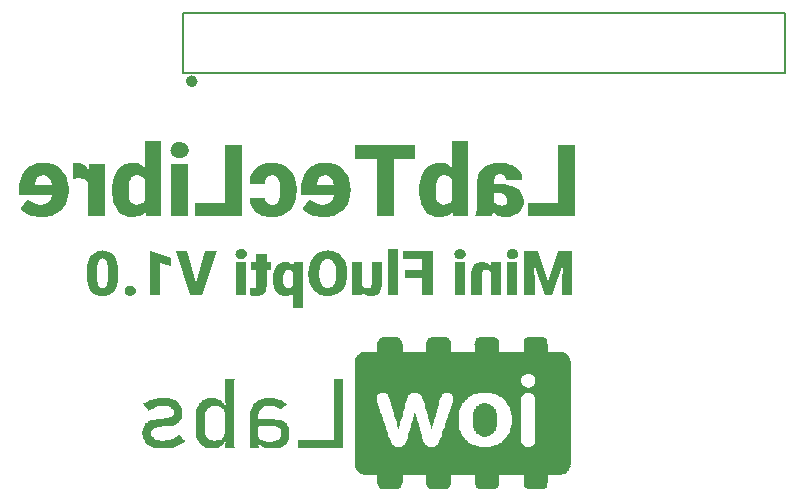
<source format=gbo>
G04 Layer_Color=32896*
%FSLAX25Y25*%
%MOIN*%
G70*
G01*
G75*
%ADD46C,0.00787*%
%ADD77C,0.01968*%
G36*
X185345Y318113D02*
X186004Y318015D01*
X186565Y317869D01*
X187078Y317698D01*
X187297Y317600D01*
X187493Y317527D01*
X187639Y317454D01*
X187786Y317381D01*
X187908Y317332D01*
X187981Y317283D01*
X188030Y317234D01*
X188054D01*
X188591Y316868D01*
X189031Y316453D01*
X189445Y316038D01*
X189763Y315623D01*
X190007Y315233D01*
X190105Y315086D01*
X190202Y314940D01*
X190276Y314842D01*
X190300Y314744D01*
X190349Y314696D01*
Y314671D01*
X190617Y314036D01*
X190813Y313377D01*
X190959Y312718D01*
X191057Y312133D01*
X191081Y311864D01*
X191105Y311620D01*
X191130Y311400D01*
Y311205D01*
X191154Y311058D01*
Y310936D01*
Y310863D01*
Y310839D01*
Y310009D01*
X191105Y309252D01*
X191008Y308544D01*
X190861Y307910D01*
X190788Y307617D01*
X190715Y307372D01*
X190642Y307128D01*
X190568Y306909D01*
X190495Y306738D01*
X190422Y306591D01*
X190373Y306469D01*
X190324Y306372D01*
X190300Y306323D01*
Y306298D01*
X189958Y305737D01*
X189592Y305224D01*
X189201Y304809D01*
X188835Y304443D01*
X188518Y304175D01*
X188249Y303980D01*
X188152Y303906D01*
X188078Y303857D01*
X188030Y303809D01*
X188005D01*
X187444Y303516D01*
X186858Y303321D01*
X186297Y303174D01*
X185784Y303052D01*
X185320Y303003D01*
X185149Y302979D01*
X184978D01*
X184832Y302954D01*
X184661D01*
X183978Y303003D01*
X183319Y303101D01*
X182757Y303223D01*
X182269Y303394D01*
X182049Y303467D01*
X181854Y303565D01*
X181683Y303638D01*
X181561Y303687D01*
X181439Y303760D01*
X181366Y303784D01*
X181317Y303833D01*
X181293D01*
X180755Y304199D01*
X180316Y304614D01*
X179901Y305054D01*
X179584Y305444D01*
X179340Y305835D01*
X179218Y305981D01*
X179145Y306128D01*
X179071Y306250D01*
X179047Y306323D01*
X178998Y306372D01*
Y306396D01*
X178729Y307055D01*
X178534Y307714D01*
X178388Y308349D01*
X178290Y308959D01*
X178266Y309228D01*
X178241Y309472D01*
X178217Y309692D01*
X178192Y309887D01*
Y310033D01*
Y310155D01*
Y310228D01*
Y310253D01*
Y310912D01*
X178241Y311693D01*
X178339Y312401D01*
X178461Y313060D01*
X178559Y313353D01*
X178632Y313621D01*
X178705Y313841D01*
X178778Y314061D01*
X178852Y314256D01*
X178925Y314403D01*
X178974Y314525D01*
X179022Y314622D01*
X179047Y314671D01*
Y314696D01*
X179364Y315281D01*
X179730Y315794D01*
X180121Y316233D01*
X180487Y316599D01*
X180804Y316892D01*
X181073Y317088D01*
X181170Y317161D01*
X181244Y317210D01*
X181293Y317259D01*
X181317D01*
X181878Y317551D01*
X182464Y317771D01*
X183026Y317942D01*
X183538Y318040D01*
X183978Y318113D01*
X184173Y318137D01*
X184344D01*
X184466Y318162D01*
X184661D01*
X185345Y318113D01*
D02*
G37*
G36*
X119096Y306445D02*
X119364Y306396D01*
X119608Y306298D01*
X119804Y306225D01*
X119950Y306128D01*
X120072Y306030D01*
X120145Y305981D01*
X120170Y305957D01*
X120341Y305762D01*
X120487Y305566D01*
X120585Y305346D01*
X120634Y305176D01*
X120683Y305005D01*
X120707Y304858D01*
Y304761D01*
Y304736D01*
X120683Y304468D01*
X120634Y304248D01*
X120536Y304028D01*
X120438Y303857D01*
X120341Y303711D01*
X120243Y303613D01*
X120194Y303540D01*
X120170Y303516D01*
X119950Y303345D01*
X119730Y303223D01*
X119511Y303150D01*
X119291Y303101D01*
X119096Y303052D01*
X118949Y303028D01*
X118803D01*
X118510Y303052D01*
X118242Y303101D01*
X118022Y303174D01*
X117827Y303272D01*
X117680Y303345D01*
X117558Y303418D01*
X117485Y303467D01*
X117460Y303491D01*
X117290Y303687D01*
X117143Y303882D01*
X117045Y304102D01*
X116997Y304297D01*
X116948Y304468D01*
X116923Y304614D01*
Y304712D01*
Y304736D01*
X116948Y305005D01*
X116997Y305249D01*
X117094Y305469D01*
X117192Y305639D01*
X117290Y305786D01*
X117387Y305884D01*
X117436Y305957D01*
X117460Y305981D01*
X117680Y306152D01*
X117900Y306274D01*
X118120Y306347D01*
X118339Y306421D01*
X118510Y306445D01*
X118657Y306469D01*
X118803D01*
X119096Y306445D01*
D02*
G37*
G36*
X110015Y318137D02*
X110455Y318089D01*
X110845Y318015D01*
X111212Y317918D01*
X111553Y317771D01*
X111871Y317649D01*
X112139Y317503D01*
X112408Y317356D01*
X112627Y317185D01*
X112822Y317039D01*
X112993Y316917D01*
X113140Y316795D01*
X113238Y316673D01*
X113311Y316599D01*
X113359Y316551D01*
X113384Y316526D01*
X113628Y316209D01*
X113823Y315867D01*
X113994Y315501D01*
X114165Y315110D01*
X114409Y314329D01*
X114556Y313597D01*
X114604Y313255D01*
X114653Y312914D01*
X114678Y312645D01*
X114702Y312377D01*
X114726Y312181D01*
Y312010D01*
Y311913D01*
Y311888D01*
Y309203D01*
X114702Y308666D01*
X114678Y308154D01*
X114604Y307665D01*
X114507Y307226D01*
X114409Y306811D01*
X114312Y306445D01*
X114190Y306079D01*
X114043Y305786D01*
X113921Y305493D01*
X113799Y305273D01*
X113701Y305054D01*
X113604Y304883D01*
X113506Y304761D01*
X113433Y304663D01*
X113408Y304614D01*
X113384Y304590D01*
X113115Y304297D01*
X112822Y304053D01*
X112530Y303833D01*
X112212Y303638D01*
X111895Y303491D01*
X111578Y303345D01*
X110943Y303150D01*
X110674Y303101D01*
X110406Y303052D01*
X110162Y303003D01*
X109967Y302979D01*
X109796Y302954D01*
X109552D01*
X109112Y302979D01*
X108697Y303028D01*
X108307Y303101D01*
X107940Y303198D01*
X107599Y303321D01*
X107281Y303467D01*
X106989Y303613D01*
X106744Y303760D01*
X106525Y303906D01*
X106330Y304053D01*
X106159Y304199D01*
X106012Y304321D01*
X105914Y304419D01*
X105841Y304492D01*
X105792Y304541D01*
X105768Y304565D01*
X105524Y304883D01*
X105304Y305224D01*
X105133Y305591D01*
X104987Y305981D01*
X104743Y306762D01*
X104572Y307495D01*
X104523Y307836D01*
X104474Y308178D01*
X104450Y308447D01*
X104426Y308715D01*
X104401Y308910D01*
Y309081D01*
Y309179D01*
Y309203D01*
Y311888D01*
X104426Y312425D01*
X104450Y312938D01*
X104523Y313426D01*
X104621Y313866D01*
X104718Y314281D01*
X104841Y314647D01*
X104963Y315013D01*
X105085Y315306D01*
X105207Y315599D01*
X105329Y315818D01*
X105451Y316038D01*
X105548Y316209D01*
X105646Y316331D01*
X105719Y316429D01*
X105744Y316477D01*
X105768Y316502D01*
X106036Y316795D01*
X106305Y317039D01*
X106622Y317283D01*
X106940Y317454D01*
X107257Y317625D01*
X107550Y317747D01*
X108185Y317967D01*
X108453Y318015D01*
X108722Y318064D01*
X108966Y318113D01*
X109161Y318137D01*
X109332Y318162D01*
X109576D01*
X110015Y318137D01*
D02*
G37*
G36*
X135727Y354331D02*
X136156Y354253D01*
X136547Y354135D01*
X136859Y353979D01*
X137094Y353823D01*
X137289Y353706D01*
X137406Y353628D01*
X137445Y353589D01*
X137719Y353276D01*
X137953Y352964D01*
X138109Y352651D01*
X138187Y352339D01*
X138266Y352104D01*
X138304Y351870D01*
Y351714D01*
Y351675D01*
X138266Y351245D01*
X138187Y350893D01*
X138031Y350542D01*
X137875Y350268D01*
X137719Y350073D01*
X137562Y349878D01*
X137484Y349800D01*
X137445Y349761D01*
X137094Y349526D01*
X136742Y349331D01*
X136391Y349214D01*
X136039Y349097D01*
X135727Y349058D01*
X135492Y349019D01*
X135258D01*
X134789Y349058D01*
X134320Y349136D01*
X133969Y349253D01*
X133656Y349409D01*
X133383Y349526D01*
X133227Y349643D01*
X133110Y349722D01*
X133071Y349761D01*
X132797Y350073D01*
X132563Y350386D01*
X132406Y350698D01*
X132328Y351011D01*
X132250Y351284D01*
X132211Y351479D01*
Y351636D01*
Y351675D01*
X132250Y352104D01*
X132328Y352456D01*
X132485Y352807D01*
X132641Y353081D01*
X132797Y353276D01*
X132953Y353471D01*
X133031Y353550D01*
X133071Y353589D01*
X133383Y353862D01*
X133774Y354057D01*
X134125Y354174D01*
X134477Y354292D01*
X134789Y354331D01*
X135023Y354370D01*
X135258D01*
X135727Y354331D01*
D02*
G37*
G36*
X170894Y314329D02*
X171162Y314305D01*
X171675Y314159D01*
X172114Y313963D01*
X172481Y313744D01*
X172798Y313524D01*
X173018Y313329D01*
X173140Y313182D01*
X173164Y313158D01*
X173188Y313133D01*
X173286Y314159D01*
X176484D01*
Y298927D01*
X173066D01*
Y304053D01*
X172871Y303857D01*
X172676Y303687D01*
X172261Y303418D01*
X171846Y303223D01*
X171455Y303101D01*
X171114Y303003D01*
X170821Y302979D01*
X170723Y302954D01*
X170577D01*
X170210Y302979D01*
X169869Y303028D01*
X169551Y303101D01*
X169258Y303198D01*
X168721Y303443D01*
X168282Y303711D01*
X167916Y303980D01*
X167769Y304126D01*
X167672Y304224D01*
X167574Y304321D01*
X167501Y304395D01*
X167476Y304443D01*
X167452Y304468D01*
X167257Y304761D01*
X167061Y305078D01*
X166793Y305762D01*
X166573Y306445D01*
X166451Y307104D01*
X166402Y307397D01*
X166354Y307665D01*
X166329Y307934D01*
Y308154D01*
X166305Y308325D01*
Y308447D01*
Y308544D01*
Y308569D01*
Y308715D01*
Y309203D01*
X166354Y309643D01*
X166402Y310082D01*
X166476Y310473D01*
X166573Y310839D01*
X166671Y311180D01*
X166769Y311498D01*
X166866Y311766D01*
X166964Y312010D01*
X167061Y312230D01*
X167159Y312425D01*
X167257Y312572D01*
X167330Y312694D01*
X167379Y312767D01*
X167403Y312816D01*
X167428Y312840D01*
X167647Y313109D01*
X167892Y313329D01*
X168136Y313548D01*
X168404Y313719D01*
X168673Y313866D01*
X168917Y313988D01*
X169429Y314159D01*
X169893Y314281D01*
X170088Y314305D01*
X170259Y314329D01*
X170406Y314354D01*
X170601D01*
X170894Y314329D01*
D02*
G37*
G36*
X157468Y303150D02*
X154027D01*
Y314159D01*
X157468D01*
Y303150D01*
D02*
G37*
G36*
X236313Y314329D02*
X236654Y314281D01*
X236972Y314207D01*
X237289Y314134D01*
X237826Y313890D01*
X238265Y313621D01*
X238632Y313329D01*
X238778Y313207D01*
X238876Y313109D01*
X238973Y313011D01*
X239047Y312938D01*
X239071Y312889D01*
X239095Y312865D01*
X239193Y314159D01*
X242415D01*
Y303150D01*
X238998D01*
Y310912D01*
X238803Y311180D01*
X238558Y311376D01*
X238314Y311522D01*
X238046Y311620D01*
X237826Y311669D01*
X237655Y311718D01*
X237484D01*
X237192Y311693D01*
X236923Y311644D01*
X236728Y311596D01*
X236557Y311522D01*
X236435Y311425D01*
X236362Y311376D01*
X236313Y311327D01*
X236288Y311303D01*
X236166Y311132D01*
X236093Y310936D01*
X235995Y310546D01*
X235971Y310375D01*
X235947Y310228D01*
Y310131D01*
Y310082D01*
Y303150D01*
X232505D01*
Y310228D01*
X232554Y310961D01*
X232651Y311571D01*
X232798Y312108D01*
X232944Y312547D01*
X233115Y312865D01*
X233237Y313109D01*
X233335Y313255D01*
X233383Y313304D01*
X233554Y313499D01*
X233750Y313646D01*
X234140Y313914D01*
X234580Y314110D01*
X234995Y314232D01*
X235361Y314305D01*
X235532Y314329D01*
X235654D01*
X235776Y314354D01*
X235947D01*
X236313Y314329D01*
D02*
G37*
G36*
X247883Y303150D02*
X244441D01*
Y314159D01*
X247883D01*
Y303150D01*
D02*
G37*
G36*
X230430D02*
X226988D01*
Y314159D01*
X230430D01*
Y303150D01*
D02*
G37*
G36*
X208168D02*
X204726D01*
Y318772D01*
X208168D01*
Y303150D01*
D02*
G37*
G36*
X219567D02*
X215979D01*
Y309057D01*
X210243D01*
Y311791D01*
X215979D01*
Y315184D01*
X209657D01*
Y317942D01*
X219567D01*
Y303150D01*
D02*
G37*
G36*
X213651Y348784D02*
X206699D01*
Y329528D01*
X200996D01*
Y348784D01*
X193887D01*
Y353198D01*
X213651D01*
Y348784D01*
D02*
G37*
G36*
X266968Y329528D02*
X251305D01*
Y333902D01*
X261226D01*
Y353198D01*
X266968D01*
Y329528D01*
D02*
G37*
G36*
X156038D02*
X140375D01*
Y333902D01*
X150296D01*
Y353198D01*
X156038D01*
Y329528D01*
D02*
G37*
G36*
X101588Y347417D02*
X102018Y347339D01*
X102408Y347222D01*
X102760Y347065D01*
X103424Y346636D01*
X103971Y346167D01*
X104439Y345698D01*
X104713Y345269D01*
X104830Y345112D01*
X104908Y344995D01*
X104986Y344917D01*
Y344878D01*
X105182Y347144D01*
X110299D01*
Y329528D01*
X104830D01*
Y340660D01*
X104674Y340933D01*
X104479Y341207D01*
X104010Y341597D01*
X103463Y341910D01*
X102877Y342105D01*
X102369Y342222D01*
X101940Y342261D01*
X101744Y342300D01*
X101510D01*
X99713Y342144D01*
X99596Y347261D01*
X100104Y347378D01*
X100612Y347417D01*
X100807Y347456D01*
X101119D01*
X101588Y347417D01*
D02*
G37*
G36*
X137953Y329528D02*
X132446D01*
Y347144D01*
X137953D01*
Y329528D01*
D02*
G37*
G36*
X90768Y347417D02*
X91628Y347300D01*
X92409Y347105D01*
X93073Y346909D01*
X93620Y346675D01*
X94011Y346519D01*
X94167Y346441D01*
X94284Y346362D01*
X94323Y346323D01*
X94362D01*
X95026Y345855D01*
X95612Y345347D01*
X96120Y344800D01*
X96549Y344292D01*
X96862Y343824D01*
X97096Y343472D01*
X97174Y343316D01*
X97253Y343199D01*
X97291Y343160D01*
Y343120D01*
X97604Y342339D01*
X97838Y341519D01*
X98034Y340699D01*
X98151Y339957D01*
X98229Y339332D01*
Y339058D01*
X98268Y338824D01*
Y338629D01*
Y338472D01*
Y338394D01*
Y338355D01*
Y337886D01*
X98229Y337183D01*
X98151Y336519D01*
X98034Y335855D01*
X97877Y335269D01*
X97682Y334722D01*
X97487Y334215D01*
X97253Y333707D01*
X97018Y333277D01*
X96784Y332926D01*
X96549Y332574D01*
X96354Y332262D01*
X96159Y332027D01*
X96003Y331832D01*
X95885Y331715D01*
X95807Y331637D01*
X95768Y331598D01*
X95300Y331168D01*
X94753Y330817D01*
X94245Y330504D01*
X93698Y330231D01*
X93151Y329996D01*
X92604Y329801D01*
X91550Y329528D01*
X91081Y329410D01*
X90612Y329332D01*
X90222Y329293D01*
X89870Y329254D01*
X89597Y329215D01*
X89206D01*
X88425Y329254D01*
X87683Y329332D01*
X86980Y329488D01*
X86394Y329645D01*
X85886Y329762D01*
X85495Y329918D01*
X85378Y329957D01*
X85261Y329996D01*
X85222Y330035D01*
X85183D01*
X84519Y330387D01*
X83933Y330738D01*
X83425Y331090D01*
X82996Y331441D01*
X82683Y331793D01*
X82449Y332027D01*
X82292Y332184D01*
X82253Y332262D01*
X84753Y335230D01*
X85027Y334918D01*
X85339Y334644D01*
X86003Y334176D01*
X86706Y333863D01*
X87370Y333668D01*
X87956Y333512D01*
X88191Y333473D01*
X88425D01*
X88620Y333434D01*
X88855D01*
X89401Y333473D01*
X89909Y333551D01*
X90339Y333707D01*
X90729Y333863D01*
X91042Y333980D01*
X91237Y334137D01*
X91394Y334215D01*
X91433Y334254D01*
X91784Y334605D01*
X92058Y334996D01*
X92253Y335387D01*
X92409Y335738D01*
X92526Y336090D01*
X92604Y336363D01*
X92682Y336519D01*
Y336597D01*
X81785D01*
Y338707D01*
X81824Y339449D01*
X81863Y340191D01*
X81980Y340855D01*
X82136Y341480D01*
X82292Y342027D01*
X82449Y342574D01*
X82644Y343042D01*
X82839Y343472D01*
X83074Y343863D01*
X83269Y344214D01*
X83425Y344488D01*
X83582Y344722D01*
X83738Y344917D01*
X83855Y345034D01*
X83894Y345112D01*
X83933Y345152D01*
X84363Y345542D01*
X84792Y345933D01*
X85261Y346206D01*
X85769Y346480D01*
X86238Y346714D01*
X86745Y346909D01*
X87683Y347183D01*
X88112Y347261D01*
X88503Y347339D01*
X88855Y347378D01*
X89167Y347417D01*
X89441Y347456D01*
X89792D01*
X90768Y347417D01*
D02*
G37*
G36*
X129047Y329528D02*
X124126D01*
X123931Y331324D01*
X123618Y330973D01*
X123266Y330621D01*
X122915Y330348D01*
X122563Y330114D01*
X121821Y329723D01*
X121157Y329488D01*
X120532Y329332D01*
X120259Y329293D01*
X120025Y329254D01*
X119868Y329215D01*
X119595D01*
X119009Y329254D01*
X118462Y329332D01*
X117915Y329410D01*
X117446Y329567D01*
X116587Y329957D01*
X115845Y330387D01*
X115298Y330778D01*
X115064Y330973D01*
X114869Y331168D01*
X114751Y331324D01*
X114634Y331402D01*
X114595Y331481D01*
X114556Y331520D01*
X114244Y331988D01*
X113970Y332496D01*
X113501Y333551D01*
X113189Y334644D01*
X112994Y335738D01*
X112916Y336207D01*
X112837Y336676D01*
X112798Y337105D01*
Y337457D01*
X112759Y337730D01*
Y337965D01*
Y338121D01*
Y338160D01*
Y338433D01*
Y339214D01*
X112837Y339957D01*
X112916Y340660D01*
X113033Y341285D01*
X113189Y341870D01*
X113345Y342417D01*
X113501Y342925D01*
X113658Y343355D01*
X113814Y343745D01*
X113970Y344097D01*
X114126Y344409D01*
X114283Y344644D01*
X114400Y344839D01*
X114478Y344956D01*
X114517Y345034D01*
X114556Y345073D01*
X114908Y345503D01*
X115298Y345855D01*
X115689Y346167D01*
X116119Y346441D01*
X116548Y346675D01*
X116939Y346870D01*
X117759Y347144D01*
X118501Y347339D01*
X118814Y347378D01*
X119087Y347417D01*
X119321Y347456D01*
X120063D01*
X120493Y347378D01*
X121274Y347183D01*
X121938Y346909D01*
X122524Y346597D01*
X122954Y346245D01*
X123305Y345972D01*
X123501Y345777D01*
X123579Y345738D01*
Y354526D01*
X129047D01*
Y329528D01*
D02*
G37*
G36*
X231424D02*
X226502D01*
X226307Y331324D01*
X225994Y330973D01*
X225643Y330621D01*
X225291Y330348D01*
X224940Y330114D01*
X224198Y329723D01*
X223534Y329488D01*
X222908Y329332D01*
X222635Y329293D01*
X222401Y329254D01*
X222245Y329215D01*
X221971D01*
X221385Y329254D01*
X220838Y329332D01*
X220291Y329410D01*
X219823Y329567D01*
X218964Y329957D01*
X218221Y330387D01*
X217674Y330778D01*
X217440Y330973D01*
X217245Y331168D01*
X217128Y331324D01*
X217010Y331402D01*
X216971Y331481D01*
X216932Y331520D01*
X216620Y331988D01*
X216346Y332496D01*
X215878Y333551D01*
X215565Y334644D01*
X215370Y335738D01*
X215292Y336207D01*
X215214Y336676D01*
X215175Y337105D01*
Y337457D01*
X215136Y337730D01*
Y337965D01*
Y338121D01*
Y338160D01*
Y338433D01*
Y339214D01*
X215214Y339957D01*
X215292Y340660D01*
X215409Y341285D01*
X215565Y341870D01*
X215722Y342417D01*
X215878Y342925D01*
X216034Y343355D01*
X216190Y343745D01*
X216346Y344097D01*
X216503Y344409D01*
X216659Y344644D01*
X216776Y344839D01*
X216854Y344956D01*
X216893Y345034D01*
X216932Y345073D01*
X217284Y345503D01*
X217674Y345855D01*
X218065Y346167D01*
X218495Y346441D01*
X218924Y346675D01*
X219315Y346870D01*
X220135Y347144D01*
X220877Y347339D01*
X221190Y347378D01*
X221463Y347417D01*
X221698Y347456D01*
X222440D01*
X222869Y347378D01*
X223651Y347183D01*
X224315Y346909D01*
X224901Y346597D01*
X225330Y346245D01*
X225682Y345972D01*
X225877Y345777D01*
X225955Y345738D01*
Y354526D01*
X231424D01*
Y329528D01*
D02*
G37*
G36*
X243063Y347378D02*
X244118Y347222D01*
X245095Y346948D01*
X245485Y346792D01*
X245876Y346675D01*
X246227Y346519D01*
X246540Y346362D01*
X246774Y346245D01*
X247008Y346089D01*
X247165Y346011D01*
X247282Y345933D01*
X247360Y345855D01*
X247399D01*
X247790Y345542D01*
X248102Y345230D01*
X248376Y344878D01*
X248649Y344527D01*
X249040Y343824D01*
X249274Y343199D01*
X249430Y342613D01*
X249469Y342339D01*
X249508Y342144D01*
X249547Y341949D01*
Y341831D01*
Y341753D01*
Y341714D01*
X244079D01*
X244040Y342066D01*
X244001Y342378D01*
X243884Y342613D01*
X243767Y342847D01*
X243454Y343199D01*
X243103Y343433D01*
X242751Y343550D01*
X242439Y343628D01*
X242204Y343667D01*
X242126D01*
X241735Y343628D01*
X241423Y343550D01*
X241149Y343433D01*
X240915Y343277D01*
X240525Y342886D01*
X240290Y342456D01*
X240134Y341988D01*
X240056Y341597D01*
X240017Y341441D01*
Y341324D01*
Y341246D01*
Y341207D01*
Y340269D01*
X242439D01*
X243103Y340191D01*
X243767Y340152D01*
X244352Y340035D01*
X244899Y339917D01*
X245407Y339800D01*
X245876Y339683D01*
X246305Y339527D01*
X246657Y339371D01*
X246970Y339253D01*
X247243Y339136D01*
X247477Y339019D01*
X247634Y338941D01*
X247751Y338863D01*
X247829Y338785D01*
X247868D01*
X248219Y338511D01*
X248571Y338199D01*
X248844Y337847D01*
X249079Y337496D01*
X249469Y336793D01*
X249704Y336090D01*
X249860Y335465D01*
X249899Y335191D01*
X249938Y334957D01*
X249977Y334762D01*
Y334605D01*
Y334527D01*
Y334488D01*
X249938Y334058D01*
X249899Y333668D01*
X249704Y332926D01*
X249430Y332262D01*
X249118Y331715D01*
X248805Y331285D01*
X248532Y330973D01*
X248337Y330778D01*
X248258Y330699D01*
X247555Y330192D01*
X246852Y329840D01*
X246149Y329567D01*
X245485Y329410D01*
X244899Y329293D01*
X244626Y329254D01*
X244431D01*
X244235Y329215D01*
X244001D01*
X243493Y329254D01*
X243024Y329293D01*
X242204Y329528D01*
X241462Y329801D01*
X240876Y330153D01*
X240407Y330504D01*
X240056Y330817D01*
X239861Y331012D01*
X239782Y331051D01*
Y331090D01*
X239704Y330738D01*
X239587Y330387D01*
X239509Y330153D01*
X239431Y329918D01*
X239353Y329762D01*
X239275Y329606D01*
X239236Y329567D01*
Y329528D01*
X233767D01*
Y329801D01*
X234001Y330309D01*
X234197Y330895D01*
X234314Y331520D01*
X234392Y332145D01*
X234470Y332652D01*
X234509Y333121D01*
Y333277D01*
Y333395D01*
Y333473D01*
Y333512D01*
Y341285D01*
X234548Y341792D01*
X234587Y342300D01*
X234822Y343199D01*
X235173Y343941D01*
X235525Y344605D01*
X235876Y345112D01*
X236189Y345464D01*
X236423Y345698D01*
X236462Y345777D01*
X236501D01*
X236892Y346089D01*
X237283Y346323D01*
X238142Y346753D01*
X239040Y347065D01*
X239900Y347261D01*
X240681Y347378D01*
X240993Y347417D01*
X241306D01*
X241540Y347456D01*
X241853D01*
X243063Y347378D01*
D02*
G37*
G36*
X166975Y347417D02*
X167834Y347300D01*
X168576Y347105D01*
X169240Y346909D01*
X169748Y346675D01*
X170138Y346519D01*
X170295Y346441D01*
X170412Y346362D01*
X170451Y346323D01*
X170490D01*
X171154Y345894D01*
X171701Y345386D01*
X172170Y344839D01*
X172599Y344370D01*
X172912Y343902D01*
X173107Y343550D01*
X173263Y343277D01*
X173302Y343238D01*
Y343199D01*
X173615Y342417D01*
X173849Y341597D01*
X174045Y340816D01*
X174162Y340113D01*
X174240Y339449D01*
Y339175D01*
X174279Y338941D01*
Y338785D01*
Y338629D01*
Y338550D01*
Y338511D01*
Y338277D01*
X174240Y337496D01*
X174201Y336754D01*
X174083Y336090D01*
X173927Y335426D01*
X173771Y334840D01*
X173576Y334293D01*
X173380Y333785D01*
X173185Y333355D01*
X172990Y332926D01*
X172794Y332574D01*
X172599Y332301D01*
X172443Y332027D01*
X172287Y331832D01*
X172170Y331715D01*
X172131Y331637D01*
X172091Y331598D01*
X171662Y331168D01*
X171193Y330817D01*
X170685Y330504D01*
X170217Y330231D01*
X169709Y329996D01*
X169201Y329801D01*
X168225Y329528D01*
X167756Y329410D01*
X167326Y329332D01*
X166975Y329293D01*
X166623Y329254D01*
X166350Y329215D01*
X165998D01*
X165412Y329254D01*
X164826Y329293D01*
X163811Y329488D01*
X162873Y329801D01*
X162131Y330153D01*
X161780Y330309D01*
X161506Y330465D01*
X161272Y330621D01*
X161076Y330778D01*
X160881Y330895D01*
X160764Y330973D01*
X160725Y331051D01*
X160686D01*
X160295Y331402D01*
X159983Y331793D01*
X159709Y332184D01*
X159475Y332574D01*
X159084Y333355D01*
X158850Y334098D01*
X158694Y334762D01*
X158655Y335035D01*
X158616Y335308D01*
X158577Y335504D01*
Y335660D01*
Y335738D01*
Y335777D01*
X163733D01*
X163772Y335387D01*
X163811Y335035D01*
X163928Y334762D01*
X164045Y334527D01*
X164162Y334332D01*
X164240Y334176D01*
X164319Y334098D01*
X164358Y334058D01*
X164631Y333863D01*
X164904Y333707D01*
X165217Y333590D01*
X165490Y333512D01*
X165764Y333473D01*
X165959Y333434D01*
X166154D01*
X166623Y333473D01*
X167053Y333590D01*
X167404Y333746D01*
X167678Y333941D01*
X167912Y334137D01*
X168068Y334293D01*
X168146Y334410D01*
X168185Y334449D01*
X168381Y334918D01*
X168537Y335465D01*
X168654Y336051D01*
X168732Y336676D01*
X168771Y337222D01*
X168810Y337691D01*
Y337886D01*
Y338004D01*
Y338082D01*
Y338121D01*
Y338668D01*
X168771Y339136D01*
Y339527D01*
X168732Y339879D01*
Y340152D01*
X168693Y340347D01*
Y340464D01*
Y340503D01*
X168615Y340972D01*
X168459Y341402D01*
X168303Y341753D01*
X168146Y342105D01*
X167951Y342339D01*
X167717Y342574D01*
X167521Y342769D01*
X167287Y342886D01*
X166896Y343081D01*
X166545Y343199D01*
X166271Y343238D01*
X166193D01*
X165803Y343199D01*
X165451Y343120D01*
X165139Y343003D01*
X164865Y342886D01*
X164670Y342730D01*
X164514Y342613D01*
X164436Y342534D01*
X164397Y342495D01*
X164162Y342183D01*
X164006Y341870D01*
X163889Y341519D01*
X163811Y341167D01*
X163772Y340855D01*
X163733Y340621D01*
Y340464D01*
Y340386D01*
X158577D01*
X158616Y340972D01*
X158655Y341558D01*
X158889Y342574D01*
X159202Y343433D01*
X159592Y344175D01*
X159788Y344488D01*
X159983Y344761D01*
X160139Y344995D01*
X160295Y345191D01*
X160413Y345347D01*
X160530Y345464D01*
X160569Y345503D01*
X160608Y345542D01*
X160998Y345894D01*
X161428Y346167D01*
X161858Y346441D01*
X162326Y346636D01*
X163225Y346987D01*
X164084Y347222D01*
X164865Y347339D01*
X165217Y347417D01*
X165490D01*
X165764Y347456D01*
X166076D01*
X166975Y347417D01*
D02*
G37*
G36*
X184747D02*
X185606Y347300D01*
X186387Y347105D01*
X187051Y346909D01*
X187598Y346675D01*
X187989Y346519D01*
X188145Y346441D01*
X188262Y346362D01*
X188301Y346323D01*
X188340D01*
X189004Y345855D01*
X189590Y345347D01*
X190098Y344800D01*
X190528Y344292D01*
X190840Y343824D01*
X191075Y343472D01*
X191153Y343316D01*
X191231Y343199D01*
X191270Y343160D01*
Y343120D01*
X191582Y342339D01*
X191817Y341519D01*
X192012Y340699D01*
X192129Y339957D01*
X192207Y339332D01*
Y339058D01*
X192246Y338824D01*
Y338629D01*
Y338472D01*
Y338394D01*
Y338355D01*
Y337886D01*
X192207Y337183D01*
X192129Y336519D01*
X192012Y335855D01*
X191856Y335269D01*
X191660Y334722D01*
X191465Y334215D01*
X191231Y333707D01*
X190997Y333277D01*
X190762Y332926D01*
X190528Y332574D01*
X190332Y332262D01*
X190137Y332027D01*
X189981Y331832D01*
X189864Y331715D01*
X189786Y331637D01*
X189747Y331598D01*
X189278Y331168D01*
X188731Y330817D01*
X188223Y330504D01*
X187676Y330231D01*
X187129Y329996D01*
X186583Y329801D01*
X185528Y329528D01*
X185059Y329410D01*
X184591Y329332D01*
X184200Y329293D01*
X183849Y329254D01*
X183575Y329215D01*
X183185D01*
X182403Y329254D01*
X181661Y329332D01*
X180958Y329488D01*
X180372Y329645D01*
X179864Y329762D01*
X179474Y329918D01*
X179357Y329957D01*
X179239Y329996D01*
X179200Y330035D01*
X179161D01*
X178497Y330387D01*
X177911Y330738D01*
X177404Y331090D01*
X176974Y331441D01*
X176662Y331793D01*
X176427Y332027D01*
X176271Y332184D01*
X176232Y332262D01*
X178732Y335230D01*
X179005Y334918D01*
X179318Y334644D01*
X179982Y334176D01*
X180685Y333863D01*
X181349Y333668D01*
X181935Y333512D01*
X182169Y333473D01*
X182403D01*
X182599Y333434D01*
X182833D01*
X183380Y333473D01*
X183888Y333551D01*
X184317Y333707D01*
X184708Y333863D01*
X185020Y333980D01*
X185216Y334137D01*
X185372Y334215D01*
X185411Y334254D01*
X185762Y334605D01*
X186036Y334996D01*
X186231Y335387D01*
X186387Y335738D01*
X186505Y336090D01*
X186583Y336363D01*
X186661Y336519D01*
Y336597D01*
X175763D01*
Y338707D01*
X175802Y339449D01*
X175841Y340191D01*
X175958Y340855D01*
X176115Y341480D01*
X176271Y342027D01*
X176427Y342574D01*
X176622Y343042D01*
X176818Y343472D01*
X177052Y343863D01*
X177247Y344214D01*
X177404Y344488D01*
X177560Y344722D01*
X177716Y344917D01*
X177833Y345034D01*
X177872Y345112D01*
X177911Y345152D01*
X178341Y345542D01*
X178771Y345933D01*
X179239Y346206D01*
X179747Y346480D01*
X180216Y346714D01*
X180724Y346909D01*
X181661Y347183D01*
X182091Y347261D01*
X182481Y347339D01*
X182833Y347378D01*
X183145Y347417D01*
X183419Y347456D01*
X183770D01*
X184747Y347417D01*
D02*
G37*
G36*
X229039Y318650D02*
X229307Y318601D01*
X229551Y318528D01*
X229746Y318430D01*
X229893Y318333D01*
X230015Y318259D01*
X230088Y318211D01*
X230113Y318186D01*
X230283Y317991D01*
X230430Y317796D01*
X230527Y317600D01*
X230576Y317405D01*
X230625Y317259D01*
X230650Y317112D01*
Y317015D01*
Y316990D01*
X230625Y316722D01*
X230576Y316502D01*
X230479Y316282D01*
X230381Y316111D01*
X230283Y315989D01*
X230186Y315867D01*
X230137Y315818D01*
X230113Y315794D01*
X229893Y315648D01*
X229673Y315526D01*
X229453Y315452D01*
X229234Y315379D01*
X229039Y315355D01*
X228892Y315330D01*
X228746D01*
X228453Y315355D01*
X228160Y315403D01*
X227940Y315477D01*
X227745Y315574D01*
X227574Y315648D01*
X227476Y315721D01*
X227403Y315770D01*
X227379Y315794D01*
X227208Y315989D01*
X227061Y316184D01*
X226964Y316380D01*
X226915Y316575D01*
X226866Y316746D01*
X226842Y316868D01*
Y316966D01*
Y316990D01*
X226866Y317259D01*
X226915Y317478D01*
X227012Y317698D01*
X227110Y317869D01*
X227208Y317991D01*
X227305Y318113D01*
X227354Y318162D01*
X227379Y318186D01*
X227574Y318357D01*
X227818Y318479D01*
X228038Y318552D01*
X228257Y318626D01*
X228453Y318650D01*
X228599Y318674D01*
X228746D01*
X229039Y318650D01*
D02*
G37*
G36*
X156077D02*
X156346Y318601D01*
X156590Y318528D01*
X156785Y318430D01*
X156931Y318333D01*
X157053Y318259D01*
X157127Y318211D01*
X157151Y318186D01*
X157322Y317991D01*
X157468Y317796D01*
X157566Y317600D01*
X157615Y317405D01*
X157664Y317259D01*
X157688Y317112D01*
Y317015D01*
Y316990D01*
X157664Y316722D01*
X157615Y316502D01*
X157517Y316282D01*
X157420Y316111D01*
X157322Y315989D01*
X157224Y315867D01*
X157176Y315818D01*
X157151Y315794D01*
X156931Y315648D01*
X156712Y315526D01*
X156492Y315452D01*
X156272Y315379D01*
X156077Y315355D01*
X155931Y315330D01*
X155784D01*
X155491Y315355D01*
X155198Y315403D01*
X154979Y315477D01*
X154783Y315574D01*
X154612Y315648D01*
X154515Y315721D01*
X154442Y315770D01*
X154417Y315794D01*
X154246Y315989D01*
X154100Y316184D01*
X154002Y316380D01*
X153953Y316575D01*
X153904Y316746D01*
X153880Y316868D01*
Y316966D01*
Y316990D01*
X153904Y317259D01*
X153953Y317478D01*
X154051Y317698D01*
X154149Y317869D01*
X154246Y317991D01*
X154344Y318113D01*
X154393Y318162D01*
X154417Y318186D01*
X154612Y318357D01*
X154857Y318479D01*
X155076Y318552D01*
X155296Y318626D01*
X155491Y318650D01*
X155638Y318674D01*
X155784D01*
X156077Y318650D01*
D02*
G37*
G36*
X132253Y315696D02*
Y313060D01*
X128884Y314036D01*
Y303150D01*
X125443D01*
Y317942D01*
X125760D01*
X132253Y315696D01*
D02*
G37*
G36*
X246492Y318650D02*
X246760Y318601D01*
X247004Y318528D01*
X247200Y318430D01*
X247346Y318333D01*
X247468Y318259D01*
X247541Y318211D01*
X247566Y318186D01*
X247737Y317991D01*
X247883Y317796D01*
X247981Y317600D01*
X248029Y317405D01*
X248078Y317259D01*
X248103Y317112D01*
Y317015D01*
Y316990D01*
X248078Y316722D01*
X248029Y316502D01*
X247932Y316282D01*
X247834Y316111D01*
X247737Y315989D01*
X247639Y315867D01*
X247590Y315818D01*
X247566Y315794D01*
X247346Y315648D01*
X247126Y315526D01*
X246907Y315452D01*
X246687Y315379D01*
X246492Y315355D01*
X246345Y315330D01*
X246199D01*
X245906Y315355D01*
X245613Y315403D01*
X245393Y315477D01*
X245198Y315574D01*
X245027Y315648D01*
X244929Y315721D01*
X244856Y315770D01*
X244832Y315794D01*
X244661Y315989D01*
X244514Y316184D01*
X244417Y316380D01*
X244368Y316575D01*
X244319Y316746D01*
X244295Y316868D01*
Y316966D01*
Y316990D01*
X244319Y317259D01*
X244368Y317478D01*
X244466Y317698D01*
X244563Y317869D01*
X244661Y317991D01*
X244759Y318113D01*
X244807Y318162D01*
X244832Y318186D01*
X245027Y318357D01*
X245271Y318479D01*
X245491Y318552D01*
X245711Y318626D01*
X245906Y318650D01*
X246052Y318674D01*
X246199D01*
X246492Y318650D01*
D02*
G37*
G36*
X167211Y268671D02*
X168196D01*
Y268425D01*
X168688D01*
Y268179D01*
X169427D01*
Y267932D01*
X169673D01*
Y267686D01*
X170166D01*
Y267440D01*
X170412D01*
Y267194D01*
X170658D01*
Y266947D01*
X170905D01*
Y266701D01*
X170658D01*
Y266455D01*
X170412D01*
Y266209D01*
X170166D01*
Y265962D01*
X169673D01*
Y265716D01*
X169427D01*
Y265470D01*
X168935D01*
Y265224D01*
X168688D01*
Y265470D01*
X168442D01*
Y265716D01*
X167703D01*
Y265962D01*
X167211D01*
Y266209D01*
X166226D01*
Y266455D01*
X164256D01*
Y266209D01*
X163517D01*
Y265962D01*
X163025D01*
Y265716D01*
X162778D01*
Y265470D01*
X162532D01*
Y265224D01*
X162286D01*
Y264977D01*
X162040D01*
Y264731D01*
X161793D01*
Y264485D01*
Y264239D01*
Y263992D01*
Y263746D01*
X161547D01*
Y263500D01*
Y263254D01*
Y263007D01*
Y262761D01*
Y262515D01*
Y262269D01*
Y262022D01*
X166965D01*
Y261776D01*
X168688D01*
Y261530D01*
X169427D01*
Y261284D01*
X169920D01*
Y261037D01*
X170412D01*
Y260791D01*
X170658D01*
Y260545D01*
X170905D01*
Y260299D01*
X171151D01*
Y260052D01*
Y259806D01*
X171397D01*
Y259560D01*
Y259314D01*
X171643D01*
Y259067D01*
Y258821D01*
Y258575D01*
Y258329D01*
X171890D01*
Y258082D01*
Y257836D01*
Y257590D01*
Y257344D01*
Y257097D01*
Y256851D01*
Y256605D01*
Y256359D01*
Y256112D01*
X171643D01*
Y255866D01*
Y255620D01*
Y255374D01*
Y255127D01*
X171397D01*
Y254881D01*
Y254635D01*
Y254389D01*
X171151D01*
Y254142D01*
Y253896D01*
X170905D01*
Y253650D01*
X170658D01*
Y253404D01*
X170412D01*
Y253157D01*
X169920D01*
Y252911D01*
X169673D01*
Y252665D01*
X168935D01*
Y252419D01*
X167950D01*
Y252172D01*
X164010D01*
Y252419D01*
X163271D01*
Y252665D01*
X162778D01*
Y252911D01*
X162532D01*
Y253157D01*
X162040D01*
Y253404D01*
X161547D01*
Y253157D01*
Y252911D01*
X161793D01*
Y252665D01*
Y252419D01*
X158838D01*
Y252665D01*
Y252911D01*
Y253157D01*
Y253404D01*
Y253650D01*
Y253896D01*
Y254142D01*
Y254389D01*
Y254635D01*
Y254881D01*
Y255127D01*
Y255374D01*
Y255620D01*
Y255866D01*
Y256112D01*
Y256359D01*
Y256605D01*
Y256851D01*
Y257097D01*
Y257344D01*
Y257590D01*
Y257836D01*
Y258082D01*
Y258329D01*
Y258575D01*
Y258821D01*
Y259067D01*
Y259314D01*
Y259560D01*
Y259806D01*
Y260052D01*
Y260299D01*
Y260545D01*
Y260791D01*
Y261037D01*
Y261284D01*
Y261530D01*
Y261776D01*
Y262022D01*
Y262269D01*
Y262515D01*
Y262761D01*
Y263007D01*
Y263254D01*
Y263500D01*
Y263746D01*
Y263992D01*
Y264239D01*
Y264485D01*
X159085D01*
Y264731D01*
Y264977D01*
Y265224D01*
Y265470D01*
X159331D01*
Y265716D01*
Y265962D01*
X159577D01*
Y266209D01*
Y266455D01*
X159823D01*
Y266701D01*
Y266947D01*
X160070D01*
Y267194D01*
X160316D01*
Y267440D01*
X160562D01*
Y267686D01*
X161055D01*
Y267932D01*
X161301D01*
Y268179D01*
X161793D01*
Y268425D01*
X162286D01*
Y268671D01*
X163271D01*
Y268917D01*
X167211D01*
Y268671D01*
D02*
G37*
G36*
X189620Y275074D02*
Y274828D01*
Y274581D01*
Y274335D01*
Y274089D01*
Y273843D01*
Y273596D01*
Y273350D01*
Y273104D01*
Y272857D01*
Y272611D01*
Y272365D01*
Y272119D01*
Y271872D01*
Y271626D01*
Y271380D01*
Y271134D01*
Y270887D01*
Y270641D01*
Y270395D01*
Y270149D01*
Y269902D01*
Y269656D01*
Y269410D01*
Y269164D01*
Y268917D01*
Y268671D01*
Y268425D01*
Y268179D01*
Y267932D01*
Y267686D01*
Y267440D01*
Y267194D01*
Y266947D01*
Y266701D01*
Y266455D01*
Y266209D01*
Y265962D01*
Y265716D01*
Y265470D01*
Y265224D01*
Y264977D01*
Y264731D01*
Y264485D01*
Y264239D01*
Y263992D01*
Y263746D01*
Y263500D01*
Y263254D01*
Y263007D01*
Y262761D01*
Y262515D01*
Y262269D01*
Y262022D01*
Y261776D01*
Y261530D01*
Y261284D01*
Y261037D01*
Y260791D01*
Y260545D01*
Y260299D01*
Y260052D01*
Y259806D01*
Y259560D01*
Y259314D01*
Y259067D01*
Y258821D01*
Y258575D01*
Y258329D01*
Y258082D01*
Y257836D01*
Y257590D01*
Y257344D01*
Y257097D01*
Y256851D01*
Y256605D01*
Y256359D01*
Y256112D01*
Y255866D01*
Y255620D01*
Y255374D01*
Y255127D01*
Y254881D01*
Y254635D01*
Y254389D01*
Y254142D01*
Y253896D01*
Y253650D01*
Y253404D01*
Y253157D01*
Y252911D01*
Y252665D01*
Y252419D01*
X174845D01*
Y252665D01*
Y252911D01*
Y253157D01*
Y253404D01*
Y253650D01*
Y253896D01*
Y254142D01*
Y254389D01*
Y254635D01*
Y254881D01*
Y255127D01*
X186665D01*
Y255374D01*
Y255620D01*
Y255866D01*
Y256112D01*
Y256359D01*
Y256605D01*
Y256851D01*
Y257097D01*
Y257344D01*
Y257590D01*
Y257836D01*
Y258082D01*
Y258329D01*
Y258575D01*
Y258821D01*
Y259067D01*
Y259314D01*
Y259560D01*
Y259806D01*
Y260052D01*
Y260299D01*
Y260545D01*
Y260791D01*
Y261037D01*
Y261284D01*
Y261530D01*
Y261776D01*
Y262022D01*
Y262269D01*
Y262515D01*
Y262761D01*
Y263007D01*
Y263254D01*
Y263500D01*
Y263746D01*
Y263992D01*
Y264239D01*
Y264485D01*
Y264731D01*
Y264977D01*
Y265224D01*
Y265470D01*
Y265716D01*
Y265962D01*
Y266209D01*
Y266455D01*
Y266701D01*
Y266947D01*
Y267194D01*
Y267440D01*
Y267686D01*
Y267932D01*
Y268179D01*
Y268425D01*
Y268671D01*
Y268917D01*
Y269164D01*
Y269410D01*
Y269656D01*
Y269902D01*
Y270149D01*
Y270395D01*
Y270641D01*
Y270887D01*
Y271134D01*
Y271380D01*
Y271626D01*
Y271872D01*
Y272119D01*
Y272365D01*
Y272611D01*
Y272857D01*
Y273104D01*
Y273350D01*
Y273596D01*
Y273843D01*
Y274089D01*
Y274335D01*
Y274581D01*
Y274828D01*
Y275074D01*
Y275320D01*
X189620D01*
Y275074D01*
D02*
G37*
G36*
X131997Y268671D02*
X132982D01*
Y268425D01*
X133474D01*
Y268179D01*
X133967D01*
Y267932D01*
X134459D01*
Y267686D01*
X134706D01*
Y267440D01*
X134952D01*
Y267194D01*
X135198D01*
Y266947D01*
Y266701D01*
X135444D01*
Y266455D01*
X135691D01*
Y266209D01*
Y265962D01*
Y265716D01*
X135937D01*
Y265470D01*
Y265224D01*
Y264977D01*
Y264731D01*
Y264485D01*
Y264239D01*
Y263992D01*
Y263746D01*
Y263500D01*
Y263254D01*
Y263007D01*
Y262761D01*
Y262515D01*
Y262269D01*
Y262022D01*
X135691D01*
Y261776D01*
Y261530D01*
X135444D01*
Y261284D01*
X135198D01*
Y261037D01*
Y260791D01*
X134952D01*
Y260545D01*
X134459D01*
Y260299D01*
X134213D01*
Y260052D01*
X133474D01*
Y259806D01*
X132489D01*
Y259560D01*
X129288D01*
Y259314D01*
X127811D01*
Y259067D01*
X127072D01*
Y258821D01*
X126579D01*
Y258575D01*
X126333D01*
Y258329D01*
X126087D01*
Y258082D01*
X125841D01*
Y257836D01*
Y257590D01*
Y257344D01*
Y257097D01*
Y256851D01*
Y256605D01*
Y256359D01*
X126087D01*
Y256112D01*
Y255866D01*
X126579D01*
Y255620D01*
X126826D01*
Y255374D01*
X127072D01*
Y255127D01*
X127811D01*
Y254881D01*
X128796D01*
Y254635D01*
X130519D01*
Y254881D01*
X131751D01*
Y255127D01*
X132489D01*
Y255374D01*
X133228D01*
Y255620D01*
X133721D01*
Y255866D01*
X133967D01*
Y256112D01*
X134459D01*
Y256359D01*
X134706D01*
Y256605D01*
X135444D01*
Y256359D01*
X135691D01*
Y256112D01*
X135937D01*
Y255866D01*
Y255620D01*
X136183D01*
Y255374D01*
X136429D01*
Y255127D01*
X136676D01*
Y254881D01*
X136922D01*
Y254635D01*
Y254389D01*
X136676D01*
Y254142D01*
X136183D01*
Y253896D01*
X135937D01*
Y253650D01*
X135444D01*
Y253404D01*
X135198D01*
Y253157D01*
X134706D01*
Y252911D01*
X133967D01*
Y252665D01*
X133228D01*
Y252419D01*
X132243D01*
Y252172D01*
X127564D01*
Y252419D01*
X126333D01*
Y252665D01*
X125594D01*
Y252911D01*
X125102D01*
Y253157D01*
X124856D01*
Y253404D01*
X124363D01*
Y253650D01*
X124117D01*
Y253896D01*
Y254142D01*
X123871D01*
Y254389D01*
X123624D01*
Y254635D01*
Y254881D01*
X123378D01*
Y255127D01*
Y255374D01*
X123132D01*
Y255620D01*
Y255866D01*
Y256112D01*
Y256359D01*
Y256605D01*
X122886D01*
Y256851D01*
Y257097D01*
Y257344D01*
Y257590D01*
Y257836D01*
Y258082D01*
X123132D01*
Y258329D01*
Y258575D01*
Y258821D01*
Y259067D01*
X123378D01*
Y259314D01*
Y259560D01*
Y259806D01*
X123624D01*
Y260052D01*
X123871D01*
Y260299D01*
Y260545D01*
X124117D01*
Y260791D01*
X124609D01*
Y261037D01*
X124856D01*
Y261284D01*
X125348D01*
Y261530D01*
X126087D01*
Y261776D01*
X127318D01*
Y262022D01*
X130027D01*
Y262269D01*
X131751D01*
Y262515D01*
X132489D01*
Y262761D01*
X132736D01*
Y263007D01*
X132982D01*
Y263254D01*
X133228D01*
Y263500D01*
Y263746D01*
Y263992D01*
Y264239D01*
Y264485D01*
Y264731D01*
Y264977D01*
X132982D01*
Y265224D01*
X132736D01*
Y265470D01*
X132489D01*
Y265716D01*
X132243D01*
Y265962D01*
X131751D01*
Y266209D01*
X130766D01*
Y266455D01*
X129042D01*
Y266209D01*
X127811D01*
Y265962D01*
X127072D01*
Y265716D01*
X126579D01*
Y265470D01*
X125841D01*
Y265224D01*
X125594D01*
Y264977D01*
X125102D01*
Y264731D01*
X124856D01*
Y264977D01*
X124609D01*
Y265224D01*
X124363D01*
Y265470D01*
Y265716D01*
X124117D01*
Y265962D01*
X123871D01*
Y266209D01*
X123624D01*
Y266455D01*
X123378D01*
Y266701D01*
Y266947D01*
X123132D01*
Y267194D01*
X123624D01*
Y267440D01*
X124117D01*
Y267686D01*
X124609D01*
Y267932D01*
X125102D01*
Y268179D01*
X125594D01*
Y268425D01*
X126333D01*
Y268671D01*
X127564D01*
Y268917D01*
X131997D01*
Y268671D01*
D02*
G37*
G36*
X202676Y307031D02*
X202627Y306323D01*
X202529Y305713D01*
X202383Y305200D01*
X202212Y304785D01*
X202041Y304443D01*
X201895Y304199D01*
X201797Y304053D01*
X201748Y304028D01*
Y304004D01*
X201553Y303809D01*
X201358Y303662D01*
X200918Y303394D01*
X200479Y303223D01*
X200040Y303076D01*
X199625Y303003D01*
X199454Y302979D01*
X199307D01*
X199185Y302954D01*
X199014D01*
X198672Y302979D01*
X198355Y303003D01*
X198062Y303076D01*
X197769Y303174D01*
X197281Y303394D01*
X196842Y303662D01*
X196524Y303906D01*
X196280Y304126D01*
X196207Y304224D01*
X196134Y304297D01*
X196085Y304321D01*
Y304346D01*
X195987Y303150D01*
X192765D01*
Y314159D01*
X196207D01*
Y306421D01*
X196427Y306152D01*
X196695Y305932D01*
X196964Y305786D01*
X197232Y305688D01*
X197501Y305639D01*
X197696Y305615D01*
X197843Y305591D01*
X197891D01*
X198135Y305615D01*
X198331Y305639D01*
X198526Y305713D01*
X198672Y305810D01*
X198917Y306030D01*
X199088Y306298D01*
X199185Y306543D01*
X199234Y306762D01*
X199258Y306860D01*
Y306933D01*
Y306958D01*
Y306982D01*
Y314159D01*
X202676D01*
Y307031D01*
D02*
G37*
G36*
X164230Y314159D02*
X165621D01*
Y311791D01*
X164230D01*
Y306323D01*
X164206Y305713D01*
X164108Y305200D01*
X163962Y304761D01*
X163815Y304419D01*
X163669Y304126D01*
X163522Y303931D01*
X163425Y303833D01*
X163400Y303784D01*
X163034Y303516D01*
X162619Y303296D01*
X162180Y303150D01*
X161765Y303052D01*
X161374Y303003D01*
X161203Y302979D01*
X161057D01*
X160935Y302954D01*
X160764D01*
X160398Y302979D01*
X160031Y303003D01*
X159714Y303052D01*
X159421Y303101D01*
X159177Y303150D01*
X159006Y303174D01*
X158884Y303223D01*
X158835D01*
Y305639D01*
X159104Y305615D01*
X159397Y305591D01*
X159909D01*
X160105Y305639D01*
X160276Y305664D01*
X160398Y305713D01*
X160471Y305762D01*
X160544Y305786D01*
X160568Y305835D01*
X160593D01*
X160666Y305932D01*
X160715Y306079D01*
X160788Y306347D01*
Y306494D01*
X160813Y306591D01*
Y306665D01*
Y306689D01*
Y311791D01*
X158982D01*
Y314159D01*
X160813D01*
Y316892D01*
X164230D01*
Y314159D01*
D02*
G37*
G36*
X256600Y289110D02*
X257093D01*
Y288864D01*
X257339D01*
Y288617D01*
X257585D01*
Y288371D01*
Y288125D01*
X257831D01*
Y287879D01*
Y287632D01*
Y287386D01*
Y287140D01*
X258078D01*
Y286894D01*
Y286648D01*
Y286401D01*
Y286155D01*
Y285909D01*
Y285663D01*
Y285416D01*
Y285170D01*
Y284924D01*
Y284678D01*
Y284431D01*
X263003D01*
Y284185D01*
X263495D01*
Y283939D01*
X263988D01*
Y283693D01*
X264234D01*
Y283446D01*
X264726D01*
Y283200D01*
Y282954D01*
X264973D01*
Y282708D01*
Y282461D01*
X265219D01*
Y282215D01*
X265465D01*
Y281969D01*
Y281722D01*
Y281476D01*
Y281230D01*
X265711D01*
Y280984D01*
Y280737D01*
Y280491D01*
Y280245D01*
Y279999D01*
Y279752D01*
Y279506D01*
Y279260D01*
Y279014D01*
Y278767D01*
Y278521D01*
Y278275D01*
Y278029D01*
Y277783D01*
Y277536D01*
Y277290D01*
Y277044D01*
Y276798D01*
Y276551D01*
Y276305D01*
Y276059D01*
Y275813D01*
Y275566D01*
Y275320D01*
Y275074D01*
Y274828D01*
Y274581D01*
Y274335D01*
Y274089D01*
Y273843D01*
Y273596D01*
Y273350D01*
Y273104D01*
Y272857D01*
Y272611D01*
Y272365D01*
Y272119D01*
Y271872D01*
Y271626D01*
Y271380D01*
Y271134D01*
Y270887D01*
Y270641D01*
Y270395D01*
Y270149D01*
Y269902D01*
Y269656D01*
Y269410D01*
Y269164D01*
Y268917D01*
Y268671D01*
Y268425D01*
Y268179D01*
Y267932D01*
Y267686D01*
Y267440D01*
Y267194D01*
Y266947D01*
Y266701D01*
Y266455D01*
Y266209D01*
Y265962D01*
Y265716D01*
Y265470D01*
Y265224D01*
Y264977D01*
Y264731D01*
Y264485D01*
Y264239D01*
Y263992D01*
Y263746D01*
Y263500D01*
Y263254D01*
Y263007D01*
Y262761D01*
Y262515D01*
Y262269D01*
Y262022D01*
Y261776D01*
Y261530D01*
Y261284D01*
Y261037D01*
Y260791D01*
Y260545D01*
Y260299D01*
Y260052D01*
Y259806D01*
Y259560D01*
Y259314D01*
Y259067D01*
Y258821D01*
Y258575D01*
Y258329D01*
Y258082D01*
Y257836D01*
Y257590D01*
Y257344D01*
Y257097D01*
Y256851D01*
Y256605D01*
Y256359D01*
Y256112D01*
Y255866D01*
Y255620D01*
Y255374D01*
Y255127D01*
Y254881D01*
Y254635D01*
Y254389D01*
Y254142D01*
Y253896D01*
Y253650D01*
Y253404D01*
Y253157D01*
Y252911D01*
Y252665D01*
Y252419D01*
Y252172D01*
Y251926D01*
Y251680D01*
Y251434D01*
Y251187D01*
Y250941D01*
Y250695D01*
Y250449D01*
Y250202D01*
Y249956D01*
Y249710D01*
Y249464D01*
Y249217D01*
Y248971D01*
Y248725D01*
Y248479D01*
Y248232D01*
Y247986D01*
Y247740D01*
Y247494D01*
Y247247D01*
Y247001D01*
Y246755D01*
Y246509D01*
X265465D01*
Y246262D01*
X265711D01*
Y246016D01*
X265465D01*
Y245770D01*
Y245524D01*
X265219D01*
Y245277D01*
X264973D01*
Y245031D01*
Y244785D01*
X264726D01*
Y244538D01*
X264480D01*
Y244292D01*
X264234D01*
Y244046D01*
X263988D01*
Y243800D01*
X263495D01*
Y243553D01*
X262756D01*
Y243307D01*
X258078D01*
Y243061D01*
Y242815D01*
Y242568D01*
Y242322D01*
Y242076D01*
Y241830D01*
Y241583D01*
Y241337D01*
Y241091D01*
Y240845D01*
Y240599D01*
X257831D01*
Y240352D01*
Y240106D01*
Y239860D01*
Y239614D01*
X257585D01*
Y239367D01*
Y239121D01*
X257339D01*
Y238875D01*
X257093D01*
Y238629D01*
X250936D01*
Y238875D01*
X250444D01*
Y239121D01*
Y239367D01*
X250198D01*
Y239614D01*
X249951D01*
Y239860D01*
Y240106D01*
Y240352D01*
Y240599D01*
Y240845D01*
Y241091D01*
Y241337D01*
Y241583D01*
Y241830D01*
Y242076D01*
Y242322D01*
Y242568D01*
Y242815D01*
Y243061D01*
Y243307D01*
X241825D01*
Y243061D01*
Y242815D01*
Y242568D01*
Y242322D01*
Y242076D01*
Y241830D01*
Y241583D01*
Y241337D01*
Y241091D01*
Y240845D01*
Y240599D01*
Y240352D01*
Y240106D01*
X241579D01*
Y239860D01*
Y239614D01*
X241333D01*
Y239367D01*
Y239121D01*
X241086D01*
Y238875D01*
X240840D01*
Y238629D01*
X234684D01*
Y238875D01*
X234437D01*
Y239121D01*
X234191D01*
Y239367D01*
X233945D01*
Y239614D01*
Y239860D01*
X233699D01*
Y240106D01*
Y240352D01*
Y240599D01*
Y240845D01*
X233453D01*
Y241091D01*
X233699D01*
Y241337D01*
Y241583D01*
Y241830D01*
Y242076D01*
Y242322D01*
Y242568D01*
Y242815D01*
Y243061D01*
Y243307D01*
X225572D01*
Y243061D01*
Y242815D01*
Y242568D01*
Y242322D01*
Y242076D01*
Y241830D01*
Y241583D01*
Y241337D01*
Y241091D01*
Y240845D01*
Y240599D01*
Y240352D01*
Y240106D01*
X225326D01*
Y239860D01*
Y239614D01*
Y239367D01*
X225080D01*
Y239121D01*
Y238875D01*
X224587D01*
Y238629D01*
X218431D01*
Y238875D01*
X218185D01*
Y239121D01*
X217939D01*
Y239367D01*
X217692D01*
Y239614D01*
Y239860D01*
X217446D01*
Y240106D01*
Y240352D01*
Y240599D01*
Y240845D01*
Y241091D01*
Y241337D01*
Y241583D01*
Y241830D01*
Y242076D01*
Y242322D01*
Y242568D01*
Y242815D01*
Y243061D01*
Y243307D01*
X209566D01*
Y243061D01*
Y242815D01*
Y242568D01*
Y242322D01*
Y242076D01*
Y241830D01*
Y241583D01*
Y241337D01*
Y241091D01*
Y240845D01*
Y240599D01*
X209320D01*
Y240352D01*
Y240106D01*
Y239860D01*
X209074D01*
Y239614D01*
Y239367D01*
Y239121D01*
X208827D01*
Y238875D01*
X208335D01*
Y238629D01*
X202179D01*
Y238875D01*
X201932D01*
Y239121D01*
X201686D01*
Y239367D01*
Y239614D01*
X201440D01*
Y239860D01*
Y240106D01*
Y240352D01*
X201194D01*
Y240599D01*
Y240845D01*
Y241091D01*
Y241337D01*
Y241583D01*
Y241830D01*
Y242076D01*
Y242322D01*
Y242568D01*
Y242815D01*
Y243061D01*
Y243307D01*
X196515D01*
Y243553D01*
X195776D01*
Y243800D01*
X195283D01*
Y244046D01*
X195037D01*
Y244292D01*
X194791D01*
Y244538D01*
X194545D01*
Y244785D01*
X194299D01*
Y245031D01*
X194052D01*
Y245277D01*
Y245524D01*
X193806D01*
Y245770D01*
Y246016D01*
Y246262D01*
X193560D01*
Y246509D01*
Y246755D01*
Y247001D01*
Y247247D01*
Y247494D01*
Y247740D01*
Y247986D01*
Y248232D01*
Y248479D01*
Y248725D01*
Y248971D01*
Y249217D01*
Y249464D01*
Y249710D01*
Y249956D01*
Y250202D01*
Y250449D01*
Y250695D01*
Y250941D01*
Y251187D01*
Y251434D01*
Y251680D01*
Y251926D01*
Y252172D01*
Y252419D01*
Y252665D01*
Y252911D01*
Y253157D01*
Y253404D01*
Y253650D01*
Y253896D01*
Y254142D01*
Y254389D01*
Y254635D01*
Y254881D01*
Y255127D01*
Y255374D01*
Y255620D01*
Y255866D01*
Y256112D01*
Y256359D01*
Y256605D01*
Y256851D01*
Y257097D01*
Y257344D01*
Y257590D01*
Y257836D01*
Y258082D01*
Y258329D01*
Y258575D01*
Y258821D01*
Y259067D01*
Y259314D01*
Y259560D01*
Y259806D01*
Y260052D01*
Y260299D01*
Y260545D01*
Y260791D01*
Y261037D01*
Y261284D01*
Y261530D01*
Y261776D01*
Y262022D01*
Y262269D01*
Y262515D01*
Y262761D01*
Y263007D01*
Y263254D01*
Y263500D01*
Y263746D01*
Y263992D01*
Y264239D01*
Y264485D01*
Y264731D01*
Y264977D01*
Y265224D01*
Y265470D01*
Y265716D01*
Y265962D01*
Y266209D01*
Y266455D01*
Y266701D01*
Y266947D01*
Y267194D01*
Y267440D01*
Y267686D01*
Y267932D01*
Y268179D01*
Y268425D01*
Y268671D01*
Y268917D01*
Y269164D01*
Y269410D01*
Y269656D01*
Y269902D01*
Y270149D01*
Y270395D01*
Y270641D01*
Y270887D01*
Y271134D01*
Y271380D01*
Y271626D01*
Y271872D01*
Y272119D01*
Y272365D01*
Y272611D01*
Y272857D01*
Y273104D01*
Y273350D01*
Y273596D01*
Y273843D01*
Y274089D01*
Y274335D01*
Y274581D01*
Y274828D01*
Y275074D01*
Y275320D01*
Y275566D01*
Y275813D01*
Y276059D01*
Y276305D01*
Y276551D01*
Y276798D01*
Y277044D01*
Y277290D01*
Y277536D01*
Y277783D01*
Y278029D01*
Y278275D01*
Y278521D01*
Y278767D01*
Y279014D01*
Y279260D01*
Y279506D01*
Y279752D01*
Y279999D01*
Y280245D01*
Y280491D01*
Y280737D01*
Y280984D01*
Y281230D01*
Y281476D01*
X193806D01*
Y281722D01*
Y281969D01*
Y282215D01*
X194052D01*
Y282461D01*
Y282708D01*
X194299D01*
Y282954D01*
X194545D01*
Y283200D01*
X194791D01*
Y283446D01*
X195037D01*
Y283693D01*
X195283D01*
Y283939D01*
X195776D01*
Y284185D01*
X196268D01*
Y284431D01*
X201194D01*
Y284678D01*
Y284924D01*
Y285170D01*
Y285416D01*
Y285663D01*
Y285909D01*
Y286155D01*
Y286401D01*
Y286648D01*
Y286894D01*
Y287140D01*
Y287386D01*
Y287632D01*
X201440D01*
Y287879D01*
Y288125D01*
X201686D01*
Y288371D01*
Y288617D01*
X201932D01*
Y288864D01*
X202179D01*
Y289110D01*
X202671D01*
Y289356D01*
X208089D01*
Y289110D01*
X208581D01*
Y288864D01*
X208827D01*
Y288617D01*
Y288371D01*
X209074D01*
Y288125D01*
Y287879D01*
X209320D01*
Y287632D01*
Y287386D01*
Y287140D01*
X209566D01*
Y286894D01*
Y286648D01*
Y286401D01*
Y286155D01*
Y285909D01*
Y285663D01*
Y285416D01*
Y285170D01*
Y284924D01*
Y284678D01*
Y284431D01*
X217446D01*
Y284678D01*
Y284924D01*
Y285170D01*
Y285416D01*
Y285663D01*
Y285909D01*
Y286155D01*
Y286401D01*
Y286648D01*
Y286894D01*
Y287140D01*
Y287386D01*
Y287632D01*
X217692D01*
Y287879D01*
Y288125D01*
Y288371D01*
X217939D01*
Y288617D01*
Y288864D01*
X218431D01*
Y289110D01*
X218924D01*
Y289356D01*
X224341D01*
Y289110D01*
X224587D01*
Y288864D01*
X225080D01*
Y288617D01*
Y288371D01*
X225326D01*
Y288125D01*
Y287879D01*
X225572D01*
Y287632D01*
Y287386D01*
Y287140D01*
Y286894D01*
Y286648D01*
Y286401D01*
Y286155D01*
Y285909D01*
Y285663D01*
Y285416D01*
Y285170D01*
Y284924D01*
Y284678D01*
Y284431D01*
X233699D01*
Y284678D01*
Y284924D01*
Y285170D01*
Y285416D01*
Y285663D01*
Y285909D01*
Y286155D01*
Y286401D01*
Y286648D01*
X233453D01*
Y286894D01*
X233699D01*
Y287140D01*
Y287386D01*
Y287632D01*
Y287879D01*
X233945D01*
Y288125D01*
Y288371D01*
X234191D01*
Y288617D01*
Y288864D01*
X234437D01*
Y289110D01*
X234930D01*
Y289356D01*
X240348D01*
Y289110D01*
X240840D01*
Y288864D01*
X241086D01*
Y288617D01*
X241333D01*
Y288371D01*
X241579D01*
Y288125D01*
Y287879D01*
Y287632D01*
X241825D01*
Y287386D01*
Y287140D01*
Y286894D01*
Y286648D01*
Y286401D01*
Y286155D01*
Y285909D01*
Y285663D01*
Y285416D01*
Y285170D01*
Y284924D01*
Y284678D01*
Y284431D01*
X249951D01*
Y284678D01*
Y284924D01*
Y285170D01*
Y285416D01*
Y285663D01*
Y285909D01*
Y286155D01*
Y286401D01*
Y286648D01*
Y286894D01*
Y287140D01*
Y287386D01*
Y287632D01*
Y287879D01*
Y288125D01*
X250198D01*
Y288371D01*
Y288617D01*
X250444D01*
Y288864D01*
X250690D01*
Y289110D01*
X251183D01*
Y289356D01*
X256600D01*
Y289110D01*
D02*
G37*
G36*
X142798Y303150D02*
X138892D01*
X133913Y317942D01*
X137892D01*
X140845Y307153D01*
X143774Y317942D01*
X147729D01*
X142798Y303150D01*
D02*
G37*
G36*
X266166D02*
X262578D01*
Y306591D01*
X262944Y313670D01*
X259356Y303150D01*
X256988D01*
X253400Y313670D01*
X253766Y306591D01*
Y303150D01*
X250178D01*
Y317942D01*
X254864D01*
X258160Y307641D01*
X261479Y317942D01*
X266166D01*
Y303150D01*
D02*
G37*
G36*
X153667Y275074D02*
X153421D01*
Y274828D01*
Y274581D01*
Y274335D01*
Y274089D01*
Y273843D01*
Y273596D01*
Y273350D01*
Y273104D01*
Y272857D01*
Y272611D01*
Y272365D01*
Y272119D01*
Y271872D01*
Y271626D01*
Y271380D01*
Y271134D01*
Y270887D01*
Y270641D01*
Y270395D01*
Y270149D01*
Y269902D01*
Y269656D01*
Y269410D01*
Y269164D01*
Y268917D01*
Y268671D01*
Y268425D01*
Y268179D01*
Y267932D01*
Y267686D01*
Y267440D01*
Y267194D01*
Y266947D01*
Y266701D01*
Y266455D01*
Y266209D01*
Y265962D01*
Y265716D01*
Y265470D01*
Y265224D01*
Y264977D01*
Y264731D01*
Y264485D01*
Y264239D01*
Y263992D01*
Y263746D01*
Y263500D01*
Y263254D01*
Y263007D01*
Y262761D01*
Y262515D01*
Y262269D01*
Y262022D01*
Y261776D01*
Y261530D01*
Y261284D01*
Y261037D01*
Y260791D01*
Y260545D01*
Y260299D01*
Y260052D01*
Y259806D01*
Y259560D01*
Y259314D01*
Y259067D01*
Y258821D01*
Y258575D01*
Y258329D01*
Y258082D01*
Y257836D01*
Y257590D01*
Y257344D01*
Y257097D01*
Y256851D01*
Y256605D01*
Y256359D01*
Y256112D01*
Y255866D01*
Y255620D01*
Y255374D01*
Y255127D01*
Y254881D01*
Y254635D01*
Y254389D01*
Y254142D01*
Y253896D01*
Y253650D01*
Y253404D01*
Y253157D01*
Y252911D01*
Y252665D01*
X153667D01*
Y252419D01*
X150466D01*
Y252665D01*
Y252911D01*
Y253157D01*
Y253404D01*
Y253650D01*
Y253896D01*
X150712D01*
Y254142D01*
Y254389D01*
X150220D01*
Y254142D01*
X149973D01*
Y253896D01*
Y253650D01*
X149727D01*
Y253404D01*
X149481D01*
Y253157D01*
X149234D01*
Y252911D01*
X148742D01*
Y252665D01*
X148249D01*
Y252419D01*
X147757D01*
Y252172D01*
X144556D01*
Y252419D01*
X143817D01*
Y252665D01*
X143324D01*
Y252911D01*
X142832D01*
Y253157D01*
X142586D01*
Y253404D01*
X142340D01*
Y253650D01*
X142093D01*
Y253896D01*
X141847D01*
Y254142D01*
Y254389D01*
X141601D01*
Y254635D01*
X141355D01*
Y254881D01*
Y255127D01*
X141108D01*
Y255374D01*
Y255620D01*
X140862D01*
Y255866D01*
Y256112D01*
Y256359D01*
Y256605D01*
X140616D01*
Y256851D01*
X140862D01*
Y257097D01*
X140616D01*
Y257344D01*
Y257590D01*
Y257836D01*
Y258082D01*
Y258329D01*
Y258575D01*
Y258821D01*
Y259067D01*
Y259314D01*
Y259560D01*
Y259806D01*
Y260052D01*
Y260299D01*
Y260545D01*
Y260791D01*
Y261037D01*
Y261284D01*
Y261530D01*
Y261776D01*
Y262022D01*
Y262269D01*
Y262515D01*
Y262761D01*
Y263007D01*
Y263254D01*
Y263500D01*
Y263746D01*
Y263992D01*
X140862D01*
Y264239D01*
X140616D01*
Y264485D01*
X140862D01*
Y264731D01*
Y264977D01*
Y265224D01*
Y265470D01*
X141108D01*
Y265716D01*
Y265962D01*
X141355D01*
Y266209D01*
Y266455D01*
X141601D01*
Y266701D01*
Y266947D01*
X141847D01*
Y267194D01*
X142093D01*
Y267440D01*
X142340D01*
Y267686D01*
X142586D01*
Y267932D01*
X142832D01*
Y268179D01*
X143324D01*
Y268425D01*
X143817D01*
Y268671D01*
X144556D01*
Y268917D01*
X147511D01*
Y268671D01*
X148003D01*
Y268425D01*
X148496D01*
Y268179D01*
X148988D01*
Y267932D01*
X149234D01*
Y267686D01*
X149481D01*
Y267440D01*
X149727D01*
Y267194D01*
X149973D01*
Y266947D01*
X150220D01*
Y266701D01*
X150712D01*
Y266947D01*
Y267194D01*
X150466D01*
Y267440D01*
Y267686D01*
Y267932D01*
Y268179D01*
Y268425D01*
Y268671D01*
Y268917D01*
Y269164D01*
Y269410D01*
Y269656D01*
Y269902D01*
Y270149D01*
Y270395D01*
Y270641D01*
Y270887D01*
Y271134D01*
Y271380D01*
Y271626D01*
Y271872D01*
Y272119D01*
Y272365D01*
Y272611D01*
Y272857D01*
Y273104D01*
Y273350D01*
Y273596D01*
Y273843D01*
Y274089D01*
Y274335D01*
Y274581D01*
Y274828D01*
Y275074D01*
Y275320D01*
X153667D01*
Y275074D01*
D02*
G37*
%LPC*%
G36*
X184783Y315355D02*
X184417D01*
X184173Y315306D01*
X183758Y315184D01*
X183392Y314988D01*
X183099Y314793D01*
X182855Y314574D01*
X182708Y314378D01*
X182586Y314256D01*
X182562Y314232D01*
Y314207D01*
X182440Y313988D01*
X182318Y313744D01*
X182147Y313207D01*
X182001Y312645D01*
X181927Y312108D01*
X181878Y311620D01*
X181854Y311400D01*
X181830Y311229D01*
Y311083D01*
Y310961D01*
Y310888D01*
Y310863D01*
Y310180D01*
X181854Y309423D01*
X181952Y308764D01*
X182001Y308471D01*
X182049Y308203D01*
X182123Y307958D01*
X182196Y307739D01*
X182269Y307543D01*
X182318Y307372D01*
X182391Y307226D01*
X182440Y307104D01*
X182489Y307006D01*
X182537Y306933D01*
X182562Y306909D01*
Y306884D01*
X182708Y306689D01*
X182855Y306518D01*
X183197Y306225D01*
X183538Y306030D01*
X183880Y305884D01*
X184197Y305810D01*
X184441Y305762D01*
X184539Y305737D01*
X184661D01*
X184930Y305762D01*
X185149Y305786D01*
X185589Y305908D01*
X185955Y306103D01*
X186272Y306323D01*
X186492Y306518D01*
X186663Y306714D01*
X186785Y306836D01*
X186809Y306884D01*
X187053Y307372D01*
X187224Y307910D01*
X187346Y308447D01*
X187419Y309008D01*
X187468Y309472D01*
X187493Y309692D01*
X187517Y309862D01*
Y310033D01*
Y310131D01*
Y310204D01*
Y310228D01*
Y311327D01*
X187468Y312035D01*
X187346Y312645D01*
X187200Y313207D01*
X187004Y313646D01*
X186785Y314036D01*
X186541Y314378D01*
X186272Y314647D01*
X186028Y314842D01*
X185760Y315013D01*
X185515Y315135D01*
X185296Y315233D01*
X185076Y315281D01*
X184905Y315330D01*
X184783Y315355D01*
D02*
G37*
G36*
X109722Y315526D02*
X109576D01*
X109259Y315501D01*
X108990Y315403D01*
X108771Y315281D01*
X108575Y315135D01*
X108429Y314964D01*
X108331Y314842D01*
X108282Y314744D01*
X108258Y314720D01*
X108111Y314403D01*
X108014Y314012D01*
X107940Y313621D01*
X107892Y313231D01*
X107867Y312889D01*
X107843Y312596D01*
Y312474D01*
Y312401D01*
Y312352D01*
Y312328D01*
Y308666D01*
X107867Y308105D01*
X107916Y307641D01*
X107965Y307226D01*
X108038Y306909D01*
X108136Y306640D01*
X108185Y306469D01*
X108233Y306347D01*
X108258Y306323D01*
X108429Y306079D01*
X108624Y305908D01*
X108844Y305762D01*
X109063Y305688D01*
X109259Y305639D01*
X109405Y305615D01*
X109503Y305591D01*
X109552D01*
X109869Y305615D01*
X110137Y305713D01*
X110357Y305835D01*
X110552Y305981D01*
X110699Y306103D01*
X110796Y306225D01*
X110845Y306323D01*
X110870Y306347D01*
X111016Y306665D01*
X111114Y307055D01*
X111187Y307446D01*
X111236Y307836D01*
X111260Y308203D01*
X111285Y308495D01*
Y308617D01*
Y308691D01*
Y308739D01*
Y308764D01*
Y312572D01*
X111260Y313085D01*
X111212Y313524D01*
X111138Y313914D01*
X111065Y314232D01*
X110992Y314451D01*
X110918Y314622D01*
X110894Y314744D01*
X110870Y314769D01*
X110699Y315013D01*
X110504Y315208D01*
X110284Y315330D01*
X110064Y315428D01*
X109869Y315477D01*
X109722Y315526D01*
D02*
G37*
G36*
X171480Y311718D02*
X171431D01*
X171138Y311693D01*
X170870Y311596D01*
X170650Y311449D01*
X170430Y311254D01*
X170284Y311034D01*
X170137Y310790D01*
X170015Y310521D01*
X169942Y310253D01*
X169820Y309692D01*
X169771Y309447D01*
X169747Y309228D01*
X169722Y309032D01*
Y308886D01*
Y308788D01*
Y308764D01*
Y308398D01*
X169747Y307910D01*
X169820Y307470D01*
X169893Y307104D01*
X170015Y306787D01*
X170137Y306494D01*
X170284Y306274D01*
X170430Y306079D01*
X170577Y305932D01*
X170747Y305835D01*
X170894Y305737D01*
X171016Y305688D01*
X171138Y305639D01*
X171260Y305615D01*
X171333Y305591D01*
X171406D01*
X171821Y305639D01*
X172188Y305737D01*
X172456Y305884D01*
X172700Y306054D01*
X172871Y306201D01*
X172969Y306347D01*
X173042Y306445D01*
X173066Y306494D01*
Y310839D01*
X172871Y311132D01*
X172627Y311351D01*
X172359Y311498D01*
X172090Y311620D01*
X171846Y311669D01*
X171626Y311693D01*
X171480Y311718D01*
D02*
G37*
G36*
X89948Y343238D02*
X89831D01*
X89362Y343199D01*
X88972Y343120D01*
X88620Y343003D01*
X88347Y342886D01*
X88112Y342730D01*
X87956Y342613D01*
X87878Y342534D01*
X87839Y342495D01*
X87605Y342183D01*
X87448Y341870D01*
X87331Y341519D01*
X87253Y341167D01*
X87214Y340894D01*
X87175Y340660D01*
Y340503D01*
Y340425D01*
Y340035D01*
X92682D01*
X92565Y340581D01*
X92448Y341089D01*
X92253Y341519D01*
X92058Y341870D01*
X91823Y342183D01*
X91589Y342456D01*
X91354Y342652D01*
X91081Y342847D01*
X90612Y343081D01*
X90222Y343199D01*
X90065D01*
X89948Y343238D01*
D02*
G37*
G36*
X121079D02*
X121001D01*
X120493Y343199D01*
X120063Y343081D01*
X119712Y342886D01*
X119439Y342691D01*
X119204Y342495D01*
X119048Y342300D01*
X118970Y342183D01*
X118931Y342144D01*
X118696Y341675D01*
X118540Y341128D01*
X118423Y340503D01*
X118345Y339917D01*
X118306Y339371D01*
X118267Y338941D01*
Y338746D01*
Y338629D01*
Y338550D01*
Y338511D01*
Y337730D01*
X118306Y337066D01*
X118345Y336519D01*
X118384Y336051D01*
X118423Y335738D01*
X118462Y335504D01*
X118501Y335348D01*
Y335308D01*
X118618Y334996D01*
X118774Y334683D01*
X119126Y334215D01*
X119517Y333902D01*
X119946Y333668D01*
X120337Y333551D01*
X120649Y333473D01*
X120884Y333434D01*
X120962D01*
X121626Y333512D01*
X122173Y333668D01*
X122642Y333863D01*
X122993Y334137D01*
X123266Y334371D01*
X123423Y334605D01*
X123540Y334762D01*
X123579Y334801D01*
Y341792D01*
X123266Y342261D01*
X122876Y342613D01*
X122446Y342886D01*
X122017Y343042D01*
X121626Y343160D01*
X121313Y343199D01*
X121079Y343238D01*
D02*
G37*
G36*
X223455D02*
X223377D01*
X222869Y343199D01*
X222440Y343081D01*
X222088Y342886D01*
X221815Y342691D01*
X221581Y342495D01*
X221424Y342300D01*
X221346Y342183D01*
X221307Y342144D01*
X221073Y341675D01*
X220916Y341128D01*
X220799Y340503D01*
X220721Y339917D01*
X220682Y339371D01*
X220643Y338941D01*
Y338746D01*
Y338629D01*
Y338550D01*
Y338511D01*
Y337730D01*
X220682Y337066D01*
X220721Y336519D01*
X220760Y336051D01*
X220799Y335738D01*
X220838Y335504D01*
X220877Y335348D01*
Y335308D01*
X220995Y334996D01*
X221151Y334683D01*
X221502Y334215D01*
X221893Y333902D01*
X222323Y333668D01*
X222713Y333551D01*
X223026Y333473D01*
X223260Y333434D01*
X223338D01*
X224002Y333512D01*
X224549Y333668D01*
X225018Y333863D01*
X225369Y334137D01*
X225643Y334371D01*
X225799Y334605D01*
X225916Y334762D01*
X225955Y334801D01*
Y341792D01*
X225643Y342261D01*
X225252Y342613D01*
X224822Y342886D01*
X224393Y343042D01*
X224002Y343160D01*
X223690Y343199D01*
X223455Y343238D01*
D02*
G37*
G36*
X241892Y337340D02*
X240017D01*
Y334527D01*
X240134Y334332D01*
X240290Y334137D01*
X240603Y333824D01*
X240759Y333707D01*
X240876Y333629D01*
X240954Y333590D01*
X240993Y333551D01*
X241267Y333395D01*
X241540Y333316D01*
X242087Y333160D01*
X242321D01*
X242517Y333121D01*
X242673D01*
X242946Y333160D01*
X243220Y333199D01*
X243610Y333355D01*
X243767Y333434D01*
X243884Y333473D01*
X243923Y333551D01*
X243962D01*
X244118Y333746D01*
X244235Y333941D01*
X244391Y334332D01*
X244431Y334488D01*
X244470Y334644D01*
Y334722D01*
Y334762D01*
X244431Y335230D01*
X244352Y335621D01*
X244196Y335972D01*
X244040Y336246D01*
X243806Y336519D01*
X243571Y336715D01*
X243024Y337027D01*
X242517Y337222D01*
X242048Y337300D01*
X241892Y337340D01*
D02*
G37*
G36*
X183927Y343238D02*
X183809D01*
X183341Y343199D01*
X182950Y343120D01*
X182599Y343003D01*
X182325Y342886D01*
X182091Y342730D01*
X181935Y342613D01*
X181856Y342534D01*
X181817Y342495D01*
X181583Y342183D01*
X181427Y341870D01*
X181310Y341519D01*
X181231Y341167D01*
X181192Y340894D01*
X181153Y340660D01*
Y340503D01*
Y340425D01*
Y340035D01*
X186661D01*
X186544Y340581D01*
X186426Y341089D01*
X186231Y341519D01*
X186036Y341870D01*
X185801Y342183D01*
X185567Y342456D01*
X185333Y342652D01*
X185059Y342847D01*
X184591Y343081D01*
X184200Y343199D01*
X184044D01*
X183927Y343238D01*
D02*
G37*
G36*
X167457Y259560D02*
X161793D01*
Y259314D01*
X161547D01*
Y259067D01*
Y258821D01*
Y258575D01*
Y258329D01*
Y258082D01*
Y257836D01*
Y257590D01*
Y257344D01*
Y257097D01*
Y256851D01*
Y256605D01*
Y256359D01*
Y256112D01*
Y255866D01*
X161793D01*
Y255620D01*
Y255374D01*
X162040D01*
Y255127D01*
X162532D01*
Y254881D01*
X163025D01*
Y254635D01*
X164010D01*
Y254389D01*
X166472D01*
Y254635D01*
X167457D01*
Y254881D01*
X167950D01*
Y255127D01*
X168442D01*
Y255374D01*
X168688D01*
Y255620D01*
Y255866D01*
X168935D01*
Y256112D01*
Y256359D01*
X169181D01*
Y256605D01*
Y256851D01*
Y257097D01*
Y257344D01*
Y257590D01*
Y257836D01*
X168935D01*
Y258082D01*
Y258329D01*
Y258575D01*
X168688D01*
Y258821D01*
X168442D01*
Y259067D01*
X167950D01*
Y259314D01*
X167457D01*
Y259560D01*
D02*
G37*
G36*
X252414Y277044D02*
X250690D01*
Y276798D01*
X250198D01*
Y276551D01*
X249951D01*
Y276305D01*
X249459D01*
Y276059D01*
Y275813D01*
X249213D01*
Y275566D01*
Y275320D01*
Y275074D01*
Y274828D01*
Y274581D01*
Y274335D01*
Y274089D01*
Y273843D01*
X249459D01*
Y273596D01*
Y273350D01*
X249705D01*
Y273104D01*
X249951D01*
Y272857D01*
X250444D01*
Y272611D01*
X251183D01*
Y272365D01*
X251921D01*
Y272611D01*
X252660D01*
Y272857D01*
X252906D01*
Y273104D01*
X253399D01*
Y273350D01*
Y273596D01*
X253645D01*
Y273843D01*
Y274089D01*
X253891D01*
Y274335D01*
Y274581D01*
Y274828D01*
Y275074D01*
Y275320D01*
Y275566D01*
X253645D01*
Y275813D01*
Y276059D01*
X253399D01*
Y276305D01*
X253153D01*
Y276551D01*
X252906D01*
Y276798D01*
X252414D01*
Y277044D01*
D02*
G37*
G36*
X225326Y270641D02*
X223356D01*
Y270395D01*
X223110D01*
Y270149D01*
X222864D01*
Y269902D01*
X222617D01*
Y269656D01*
Y269410D01*
X222371D01*
Y269164D01*
Y268917D01*
X222125D01*
Y268671D01*
Y268425D01*
Y268179D01*
X221879D01*
Y267932D01*
Y267686D01*
Y267440D01*
Y267194D01*
Y266947D01*
X221632D01*
Y266701D01*
Y266455D01*
Y266209D01*
X221386D01*
Y265962D01*
Y265716D01*
Y265470D01*
X221140D01*
Y265224D01*
Y264977D01*
Y264731D01*
X220894D01*
Y264485D01*
Y264239D01*
Y263992D01*
X220647D01*
Y263746D01*
Y263500D01*
Y263254D01*
Y263007D01*
Y262761D01*
X220401D01*
Y262515D01*
Y262269D01*
Y262022D01*
X220155D01*
Y261776D01*
Y261530D01*
Y261284D01*
X219909D01*
Y261037D01*
Y260791D01*
Y260545D01*
X219662D01*
Y260299D01*
Y260052D01*
Y259806D01*
Y259560D01*
X219416D01*
Y259314D01*
Y259067D01*
Y258821D01*
Y258575D01*
X219170D01*
Y258821D01*
Y259067D01*
Y259314D01*
X218924D01*
Y259560D01*
Y259806D01*
Y260052D01*
X218677D01*
Y260299D01*
Y260545D01*
Y260791D01*
Y261037D01*
X218431D01*
Y261284D01*
Y261530D01*
Y261776D01*
Y262022D01*
X218185D01*
Y262269D01*
Y262515D01*
Y262761D01*
X217939D01*
Y263007D01*
Y263254D01*
Y263500D01*
X217692D01*
Y263746D01*
Y263992D01*
Y264239D01*
Y264485D01*
X217446D01*
Y264731D01*
Y264977D01*
Y265224D01*
X217200D01*
Y265470D01*
Y265716D01*
Y265962D01*
Y266209D01*
Y266455D01*
X216954D01*
Y266701D01*
Y266947D01*
Y267194D01*
X216707D01*
Y267440D01*
Y267686D01*
Y267932D01*
X216461D01*
Y268179D01*
Y268425D01*
Y268671D01*
X216215D01*
Y268917D01*
Y269164D01*
Y269410D01*
X215969D01*
Y269656D01*
X215722D01*
Y269902D01*
X215476D01*
Y270149D01*
X215230D01*
Y270395D01*
X214737D01*
Y270641D01*
X212521D01*
Y270395D01*
X212275D01*
Y270149D01*
X212029D01*
Y269902D01*
X211536D01*
Y269656D01*
Y269410D01*
X211290D01*
Y269164D01*
Y268917D01*
X211044D01*
Y268671D01*
Y268425D01*
Y268179D01*
Y267932D01*
X210797D01*
Y267686D01*
Y267440D01*
Y267194D01*
X210551D01*
Y266947D01*
Y266701D01*
Y266455D01*
X210305D01*
Y266209D01*
Y265962D01*
Y265716D01*
Y265470D01*
X210059D01*
Y265224D01*
Y264977D01*
Y264731D01*
X209812D01*
Y264485D01*
Y264239D01*
Y263992D01*
X209566D01*
Y263746D01*
Y263500D01*
Y263254D01*
Y263007D01*
Y262761D01*
X209320D01*
Y262515D01*
Y262269D01*
Y262022D01*
X209074D01*
Y261776D01*
Y261530D01*
Y261284D01*
X208827D01*
Y261037D01*
Y260791D01*
Y260545D01*
X208581D01*
Y260299D01*
Y260052D01*
Y259806D01*
Y259560D01*
X208335D01*
Y259314D01*
Y259067D01*
Y258821D01*
Y258575D01*
X208089D01*
Y258821D01*
Y259067D01*
Y259314D01*
X207842D01*
Y259560D01*
Y259806D01*
Y260052D01*
X207596D01*
Y260299D01*
Y260545D01*
Y260791D01*
Y261037D01*
Y261284D01*
X207350D01*
Y261530D01*
Y261776D01*
Y262022D01*
X207104D01*
Y262269D01*
Y262515D01*
Y262761D01*
X206857D01*
Y263007D01*
Y263254D01*
Y263500D01*
X206611D01*
Y263746D01*
Y263992D01*
Y264239D01*
X206365D01*
Y264485D01*
Y264731D01*
Y264977D01*
Y265224D01*
X206119D01*
Y265470D01*
Y265716D01*
Y265962D01*
Y266209D01*
X205872D01*
Y266455D01*
Y266701D01*
Y266947D01*
X205626D01*
Y267194D01*
Y267440D01*
Y267686D01*
X205380D01*
Y267932D01*
Y268179D01*
Y268425D01*
Y268671D01*
X205134D01*
Y268917D01*
Y269164D01*
X204887D01*
Y269410D01*
Y269656D01*
Y269902D01*
X204641D01*
Y270149D01*
X204395D01*
Y270395D01*
X204149D01*
Y270641D01*
X202179D01*
Y270395D01*
X201686D01*
Y270149D01*
X201440D01*
Y269902D01*
X201194D01*
Y269656D01*
Y269410D01*
X200947D01*
Y269164D01*
Y268917D01*
Y268671D01*
Y268425D01*
Y268179D01*
Y267932D01*
X201194D01*
Y267686D01*
Y267440D01*
Y267194D01*
X201440D01*
Y266947D01*
Y266701D01*
Y266455D01*
Y266209D01*
X201686D01*
Y265962D01*
Y265716D01*
Y265470D01*
X201932D01*
Y265224D01*
Y264977D01*
Y264731D01*
X202179D01*
Y264485D01*
Y264239D01*
Y263992D01*
X202425D01*
Y263746D01*
Y263500D01*
X202671D01*
Y263254D01*
Y263007D01*
Y262761D01*
X202917D01*
Y262515D01*
Y262269D01*
Y262022D01*
Y261776D01*
X203164D01*
Y261530D01*
Y261284D01*
X203410D01*
Y261037D01*
Y260791D01*
Y260545D01*
X203656D01*
Y260299D01*
Y260052D01*
Y259806D01*
X203902D01*
Y259560D01*
Y259314D01*
Y259067D01*
X204149D01*
Y258821D01*
Y258575D01*
Y258329D01*
X204395D01*
Y258082D01*
Y257836D01*
Y257590D01*
X204641D01*
Y257344D01*
Y257097D01*
Y256851D01*
X204887D01*
Y256605D01*
Y256359D01*
Y256112D01*
X205134D01*
Y255866D01*
Y255620D01*
X205380D01*
Y255374D01*
Y255127D01*
Y254881D01*
X205626D01*
Y254635D01*
Y254389D01*
Y254142D01*
X205872D01*
Y253896D01*
X206119D01*
Y253650D01*
Y253404D01*
X206365D01*
Y253157D01*
X206611D01*
Y252911D01*
X207104D01*
Y252665D01*
X209320D01*
Y252911D01*
X209812D01*
Y253157D01*
X210059D01*
Y253404D01*
X210305D01*
Y253650D01*
X210551D01*
Y253896D01*
Y254142D01*
X210797D01*
Y254389D01*
Y254635D01*
X211044D01*
Y254881D01*
Y255127D01*
Y255374D01*
X211290D01*
Y255620D01*
Y255866D01*
Y256112D01*
X211536D01*
Y256359D01*
Y256605D01*
Y256851D01*
Y257097D01*
Y257344D01*
X211782D01*
Y257590D01*
Y257836D01*
Y258082D01*
X212029D01*
Y258329D01*
Y258575D01*
Y258821D01*
X212275D01*
Y259067D01*
Y259314D01*
Y259560D01*
Y259806D01*
X212521D01*
Y260052D01*
Y260299D01*
Y260545D01*
X212767D01*
Y260791D01*
Y261037D01*
Y261284D01*
X213014D01*
Y261530D01*
Y261776D01*
Y262022D01*
Y262269D01*
Y262515D01*
X213260D01*
Y262761D01*
Y263007D01*
Y263254D01*
X213506D01*
Y263500D01*
Y263746D01*
Y263992D01*
X213752D01*
Y263746D01*
X213999D01*
Y263500D01*
Y263254D01*
Y263007D01*
Y262761D01*
X214245D01*
Y262515D01*
Y262269D01*
Y262022D01*
X214491D01*
Y261776D01*
Y261530D01*
Y261284D01*
X214737D01*
Y261037D01*
Y260791D01*
Y260545D01*
X214984D01*
Y260299D01*
Y260052D01*
Y259806D01*
Y259560D01*
Y259314D01*
X215230D01*
Y259067D01*
Y258821D01*
Y258575D01*
X215476D01*
Y258329D01*
Y258082D01*
Y257836D01*
X215722D01*
Y257590D01*
Y257344D01*
Y257097D01*
X215969D01*
Y256851D01*
Y256605D01*
Y256359D01*
Y256112D01*
X216215D01*
Y255866D01*
Y255620D01*
Y255374D01*
X216461D01*
Y255127D01*
Y254881D01*
Y254635D01*
Y254389D01*
X216707D01*
Y254142D01*
X216954D01*
Y253896D01*
Y253650D01*
X217200D01*
Y253404D01*
X217446D01*
Y253157D01*
X217692D01*
Y252911D01*
X218185D01*
Y252665D01*
X220401D01*
Y252911D01*
X220647D01*
Y253157D01*
X221140D01*
Y253404D01*
X221386D01*
Y253650D01*
Y253896D01*
X221632D01*
Y254142D01*
Y254389D01*
X221879D01*
Y254635D01*
Y254881D01*
X222125D01*
Y255127D01*
Y255374D01*
Y255620D01*
X222371D01*
Y255866D01*
Y256112D01*
X222617D01*
Y256359D01*
Y256605D01*
Y256851D01*
Y257097D01*
X222864D01*
Y257344D01*
Y257590D01*
Y257836D01*
X223110D01*
Y258082D01*
Y258329D01*
Y258575D01*
X223356D01*
Y258821D01*
Y259067D01*
X223602D01*
Y259314D01*
Y259560D01*
Y259806D01*
X223849D01*
Y260052D01*
Y260299D01*
Y260545D01*
Y260791D01*
X224095D01*
Y261037D01*
Y261284D01*
Y261530D01*
X224341D01*
Y261776D01*
Y262022D01*
Y262269D01*
X224587D01*
Y262515D01*
Y262761D01*
X224834D01*
Y263007D01*
Y263254D01*
Y263500D01*
X225080D01*
Y263746D01*
Y263992D01*
Y264239D01*
X225326D01*
Y264485D01*
Y264731D01*
Y264977D01*
Y265224D01*
X225572D01*
Y265470D01*
Y265716D01*
Y265962D01*
X225819D01*
Y266209D01*
Y266455D01*
X226065D01*
Y266701D01*
Y266947D01*
Y267194D01*
X226311D01*
Y267440D01*
Y267686D01*
Y267932D01*
X226557D01*
Y268179D01*
Y268425D01*
Y268671D01*
Y268917D01*
Y269164D01*
Y269410D01*
X226311D01*
Y269656D01*
X226065D01*
Y269902D01*
Y270149D01*
X225819D01*
Y270395D01*
X225326D01*
Y270641D01*
D02*
G37*
G36*
X239363D02*
X234684D01*
Y270395D01*
X233945D01*
Y270149D01*
X233206D01*
Y269902D01*
X232714D01*
Y269656D01*
X232221D01*
Y269410D01*
X231975D01*
Y269164D01*
X231483D01*
Y268917D01*
X231236D01*
Y268671D01*
X230990D01*
Y268425D01*
X230744D01*
Y268179D01*
X230498D01*
Y267932D01*
X230251D01*
Y267686D01*
X230005D01*
Y267440D01*
X229759D01*
Y267194D01*
X229513D01*
Y266947D01*
Y266701D01*
X229266D01*
Y266455D01*
Y266209D01*
X229020D01*
Y265962D01*
Y265716D01*
X228774D01*
Y265470D01*
Y265224D01*
Y264977D01*
X228527D01*
Y264731D01*
Y264485D01*
Y264239D01*
Y263992D01*
X228281D01*
Y263746D01*
Y263500D01*
Y263254D01*
Y263007D01*
Y262761D01*
Y262515D01*
Y262269D01*
Y262022D01*
Y261776D01*
Y261530D01*
Y261284D01*
Y261037D01*
Y260791D01*
Y260545D01*
Y260299D01*
Y260052D01*
Y259806D01*
Y259560D01*
Y259314D01*
X228527D01*
Y259067D01*
Y258821D01*
Y258575D01*
Y258329D01*
X228774D01*
Y258082D01*
Y257836D01*
X229020D01*
Y257590D01*
Y257344D01*
Y257097D01*
X229266D01*
Y256851D01*
Y256605D01*
X229513D01*
Y256359D01*
X229759D01*
Y256112D01*
Y255866D01*
X230005D01*
Y255620D01*
X230251D01*
Y255374D01*
X230498D01*
Y255127D01*
X230744D01*
Y254881D01*
X230990D01*
Y254635D01*
X231236D01*
Y254389D01*
X231483D01*
Y254142D01*
X231975D01*
Y253896D01*
X232221D01*
Y253650D01*
X232714D01*
Y253404D01*
X233206D01*
Y253157D01*
X234191D01*
Y252911D01*
X234930D01*
Y252665D01*
X239116D01*
Y252911D01*
X240101D01*
Y253157D01*
X240840D01*
Y253404D01*
X241333D01*
Y253650D01*
X241825D01*
Y253896D01*
X242318D01*
Y254142D01*
X242564D01*
Y254389D01*
X242810D01*
Y254635D01*
X243056D01*
Y254881D01*
X243303D01*
Y255127D01*
X243549D01*
Y255374D01*
X243795D01*
Y255620D01*
X244041D01*
Y255866D01*
X244288D01*
Y256112D01*
X244534D01*
Y256359D01*
Y256605D01*
X244780D01*
Y256851D01*
Y257097D01*
X245026D01*
Y257344D01*
X245273D01*
Y257590D01*
Y257836D01*
Y258082D01*
X245519D01*
Y258329D01*
Y258575D01*
Y258821D01*
X245765D01*
Y259067D01*
Y259314D01*
Y259560D01*
Y259806D01*
Y260052D01*
X246011D01*
Y260299D01*
Y260545D01*
Y260791D01*
Y261037D01*
Y261284D01*
Y261530D01*
Y261776D01*
Y262022D01*
Y262269D01*
Y262515D01*
Y262761D01*
Y263007D01*
Y263254D01*
X245765D01*
Y263500D01*
Y263746D01*
Y263992D01*
Y264239D01*
Y264485D01*
X245519D01*
Y264731D01*
Y264977D01*
Y265224D01*
X245273D01*
Y265470D01*
Y265716D01*
Y265962D01*
X245026D01*
Y266209D01*
X244780D01*
Y266455D01*
Y266701D01*
X244534D01*
Y266947D01*
Y267194D01*
X244288D01*
Y267440D01*
X244041D01*
Y267686D01*
Y267932D01*
X243795D01*
Y268179D01*
X243549D01*
Y268425D01*
X243303D01*
Y268671D01*
X243056D01*
Y268917D01*
X242564D01*
Y269164D01*
X242318D01*
Y269410D01*
X241825D01*
Y269656D01*
X241333D01*
Y269902D01*
X240840D01*
Y270149D01*
X240101D01*
Y270395D01*
X239363D01*
Y270641D01*
D02*
G37*
G36*
X252414D02*
X250444D01*
Y270395D01*
X250198D01*
Y270149D01*
X249951D01*
Y269902D01*
X249705D01*
Y269656D01*
X249459D01*
Y269410D01*
X249213D01*
Y269164D01*
Y268917D01*
Y268671D01*
Y268425D01*
Y268179D01*
Y267932D01*
Y267686D01*
Y267440D01*
Y267194D01*
Y266947D01*
Y266701D01*
Y266455D01*
Y266209D01*
Y265962D01*
Y265716D01*
Y265470D01*
Y265224D01*
Y264977D01*
Y264731D01*
Y264485D01*
Y264239D01*
Y263992D01*
Y263746D01*
Y263500D01*
Y263254D01*
Y263007D01*
Y262761D01*
Y262515D01*
Y262269D01*
Y262022D01*
Y261776D01*
Y261530D01*
Y261284D01*
Y261037D01*
Y260791D01*
Y260545D01*
Y260299D01*
Y260052D01*
Y259806D01*
Y259560D01*
Y259314D01*
Y259067D01*
Y258821D01*
Y258575D01*
Y258329D01*
Y258082D01*
Y257836D01*
Y257590D01*
Y257344D01*
Y257097D01*
Y256851D01*
Y256605D01*
Y256359D01*
Y256112D01*
Y255866D01*
Y255620D01*
Y255374D01*
Y255127D01*
Y254881D01*
Y254635D01*
Y254389D01*
Y254142D01*
Y253896D01*
X249459D01*
Y253650D01*
X249705D01*
Y253404D01*
X249951D01*
Y253157D01*
X250198D01*
Y252911D01*
X250444D01*
Y252665D01*
X252414D01*
Y252911D01*
X252906D01*
Y253157D01*
X253153D01*
Y253404D01*
X253399D01*
Y253650D01*
X253645D01*
Y253896D01*
Y254142D01*
Y254389D01*
X253891D01*
Y254635D01*
Y254881D01*
Y255127D01*
Y255374D01*
Y255620D01*
Y255866D01*
Y256112D01*
Y256359D01*
Y256605D01*
Y256851D01*
Y257097D01*
Y257344D01*
Y257590D01*
Y257836D01*
Y258082D01*
Y258329D01*
Y258575D01*
Y258821D01*
Y259067D01*
Y259314D01*
Y259560D01*
Y259806D01*
Y260052D01*
Y260299D01*
Y260545D01*
Y260791D01*
Y261037D01*
Y261284D01*
Y261530D01*
Y261776D01*
Y262022D01*
Y262269D01*
Y262515D01*
Y262761D01*
Y263007D01*
Y263254D01*
Y263500D01*
Y263746D01*
Y263992D01*
Y264239D01*
Y264485D01*
Y264731D01*
Y264977D01*
Y265224D01*
Y265470D01*
Y265716D01*
Y265962D01*
Y266209D01*
Y266455D01*
Y266701D01*
Y266947D01*
Y267194D01*
Y267440D01*
Y267686D01*
Y267932D01*
Y268179D01*
Y268425D01*
Y268671D01*
Y268917D01*
X253645D01*
Y269164D01*
Y269410D01*
X253399D01*
Y269656D01*
Y269902D01*
X253153D01*
Y270149D01*
X252906D01*
Y270395D01*
X252414D01*
Y270641D01*
D02*
G37*
%LPD*%
G36*
X237885Y266947D02*
X238870D01*
Y266701D01*
X239116D01*
Y266455D01*
X239609D01*
Y266209D01*
X239855D01*
Y265962D01*
X240101D01*
Y265716D01*
Y265470D01*
X240348D01*
Y265224D01*
X240594D01*
Y264977D01*
Y264731D01*
X240840D01*
Y264485D01*
Y264239D01*
Y263992D01*
X241086D01*
Y263746D01*
Y263500D01*
Y263254D01*
Y263007D01*
Y262761D01*
Y262515D01*
Y262269D01*
Y262022D01*
Y261776D01*
Y261530D01*
Y261284D01*
Y261037D01*
Y260791D01*
Y260545D01*
Y260299D01*
Y260052D01*
Y259806D01*
Y259560D01*
Y259314D01*
X240840D01*
Y259067D01*
Y258821D01*
Y258575D01*
X240594D01*
Y258329D01*
Y258082D01*
X240348D01*
Y257836D01*
X240101D01*
Y257590D01*
Y257344D01*
X239855D01*
Y257097D01*
X239609D01*
Y256851D01*
X239116D01*
Y256605D01*
X238870D01*
Y256359D01*
X237885D01*
Y256112D01*
X236161D01*
Y256359D01*
X235422D01*
Y256605D01*
X234930D01*
Y256851D01*
X234437D01*
Y257097D01*
X234191D01*
Y257344D01*
X233945D01*
Y257590D01*
Y257836D01*
X233699D01*
Y258082D01*
X233453D01*
Y258329D01*
Y258575D01*
Y258821D01*
Y259067D01*
X233206D01*
Y259314D01*
Y259560D01*
Y259806D01*
X232960D01*
Y260052D01*
Y260299D01*
Y260545D01*
Y260791D01*
Y261037D01*
Y261284D01*
Y261530D01*
Y261776D01*
Y262022D01*
Y262269D01*
Y262515D01*
Y262761D01*
Y263007D01*
Y263254D01*
Y263500D01*
X233206D01*
Y263746D01*
Y263992D01*
Y264239D01*
X233453D01*
Y264485D01*
Y264731D01*
Y264977D01*
Y265224D01*
X233699D01*
Y265470D01*
X233945D01*
Y265716D01*
Y265962D01*
X234191D01*
Y266209D01*
X234437D01*
Y266455D01*
X234930D01*
Y266701D01*
X235176D01*
Y266947D01*
X236161D01*
Y267194D01*
X237885D01*
Y266947D01*
D02*
G37*
%LPC*%
G36*
X147511Y266455D02*
X146526D01*
Y266209D01*
X145787D01*
Y265962D01*
X145294D01*
Y265716D01*
X144802D01*
Y265470D01*
X144556D01*
Y265224D01*
X144309D01*
Y264977D01*
Y264731D01*
X144063D01*
Y264485D01*
Y264239D01*
X143817D01*
Y263992D01*
Y263746D01*
Y263500D01*
X143571D01*
Y263254D01*
Y263007D01*
Y262761D01*
Y262515D01*
Y262269D01*
Y262022D01*
Y261776D01*
Y261530D01*
Y261284D01*
Y261037D01*
Y260791D01*
Y260545D01*
Y260299D01*
Y260052D01*
Y259806D01*
Y259560D01*
Y259314D01*
Y259067D01*
Y258821D01*
Y258575D01*
Y258329D01*
Y258082D01*
Y257836D01*
Y257590D01*
Y257344D01*
X143817D01*
Y257097D01*
Y256851D01*
Y256605D01*
X144063D01*
Y256359D01*
Y256112D01*
X144309D01*
Y255866D01*
X144556D01*
Y255620D01*
X144802D01*
Y255374D01*
X145048D01*
Y255127D01*
X145541D01*
Y254881D01*
X146526D01*
Y254635D01*
X147511D01*
Y254881D01*
X148742D01*
Y255127D01*
X149234D01*
Y255374D01*
X149481D01*
Y255620D01*
X149727D01*
Y255866D01*
X149973D01*
Y256112D01*
Y256359D01*
X150220D01*
Y256605D01*
Y256851D01*
Y257097D01*
X150466D01*
Y257344D01*
Y257590D01*
Y257836D01*
Y258082D01*
Y258329D01*
Y258575D01*
Y258821D01*
Y259067D01*
Y259314D01*
Y259560D01*
Y259806D01*
Y260052D01*
Y260299D01*
Y260545D01*
Y260791D01*
Y261037D01*
Y261284D01*
Y261530D01*
Y261776D01*
Y262022D01*
Y262269D01*
Y262515D01*
Y262761D01*
Y263007D01*
Y263254D01*
Y263500D01*
Y263746D01*
Y263992D01*
Y264239D01*
X150220D01*
Y264485D01*
Y264731D01*
X149973D01*
Y264977D01*
Y265224D01*
X149727D01*
Y265470D01*
X149481D01*
Y265716D01*
X148988D01*
Y265962D01*
X148496D01*
Y266209D01*
X147511D01*
Y266455D01*
D02*
G37*
%LPD*%
D46*
X136500Y377400D02*
X337000D01*
X136500Y397400D02*
X337000D01*
X136500Y377400D02*
Y397400D01*
X337000Y377400D02*
Y397400D01*
D77*
X140276Y374559D02*
G03*
X140276Y374559I-984J0D01*
G01*
M02*

</source>
